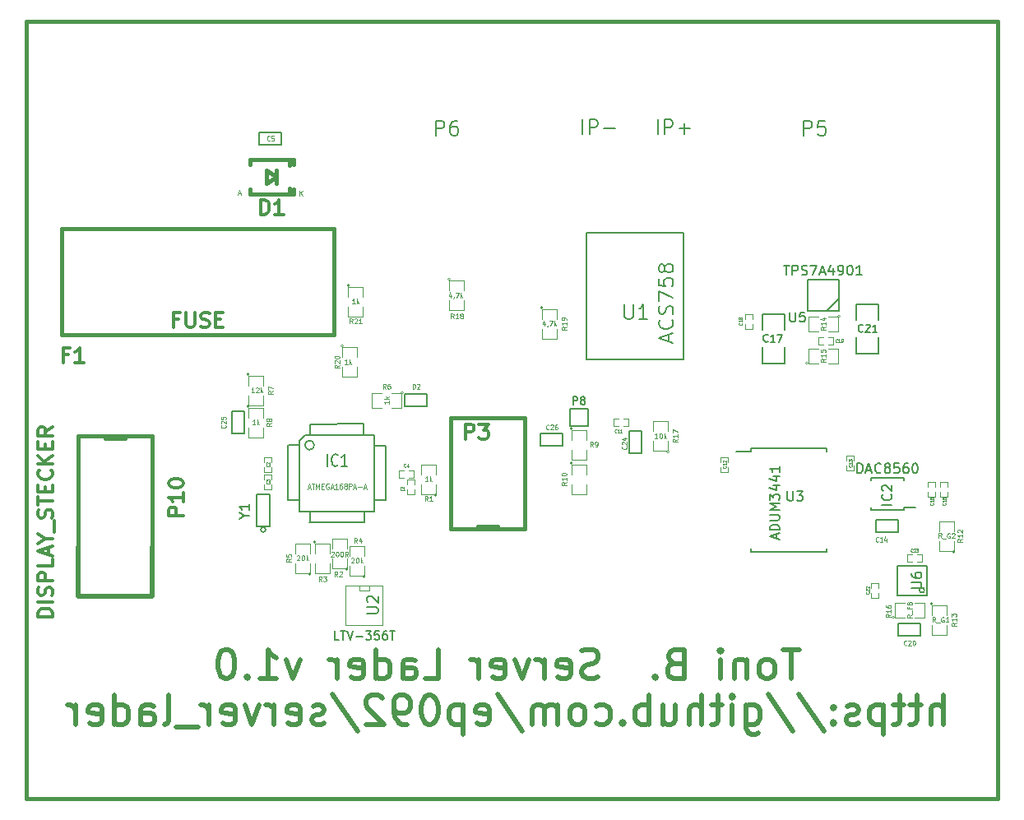
<source format=gto>
G04 #@! TF.FileFunction,Legend,Top*
%FSLAX46Y46*%
G04 Gerber Fmt 4.6, Leading zero omitted, Abs format (unit mm)*
G04 Created by KiCad (PCBNEW (2014-11-19 BZR 5293)-product) date Mo 24 Nov 2014 23:54:54 CET*
%MOMM*%
G01*
G04 APERTURE LIST*
%ADD10C,0.100000*%
%ADD11C,0.500000*%
%ADD12C,0.071120*%
%ADD13C,0.127000*%
%ADD14C,0.152400*%
%ADD15C,0.150000*%
%ADD16C,0.381000*%
%ADD17C,0.099060*%
%ADD18C,0.203200*%
%ADD19C,0.114300*%
%ADD20C,0.125000*%
%ADD21C,0.304800*%
%ADD22C,0.109220*%
G04 APERTURE END LIST*
D10*
D11*
X142085428Y-94508343D02*
X140371142Y-94508343D01*
X141228285Y-97508343D02*
X141228285Y-94508343D01*
X138942571Y-97508343D02*
X139228285Y-97365486D01*
X139371142Y-97222629D01*
X139513999Y-96936914D01*
X139513999Y-96079771D01*
X139371142Y-95794057D01*
X139228285Y-95651200D01*
X138942571Y-95508343D01*
X138513999Y-95508343D01*
X138228285Y-95651200D01*
X138085428Y-95794057D01*
X137942571Y-96079771D01*
X137942571Y-96936914D01*
X138085428Y-97222629D01*
X138228285Y-97365486D01*
X138513999Y-97508343D01*
X138942571Y-97508343D01*
X136656856Y-95508343D02*
X136656856Y-97508343D01*
X136656856Y-95794057D02*
X136513999Y-95651200D01*
X136228285Y-95508343D01*
X135799713Y-95508343D01*
X135513999Y-95651200D01*
X135371142Y-95936914D01*
X135371142Y-97508343D01*
X133942570Y-97508343D02*
X133942570Y-95508343D01*
X133942570Y-94508343D02*
X134085427Y-94651200D01*
X133942570Y-94794057D01*
X133799713Y-94651200D01*
X133942570Y-94508343D01*
X133942570Y-94794057D01*
X129228285Y-95936914D02*
X128799714Y-96079771D01*
X128656857Y-96222629D01*
X128514000Y-96508343D01*
X128514000Y-96936914D01*
X128656857Y-97222629D01*
X128799714Y-97365486D01*
X129085428Y-97508343D01*
X130228285Y-97508343D01*
X130228285Y-94508343D01*
X129228285Y-94508343D01*
X128942571Y-94651200D01*
X128799714Y-94794057D01*
X128656857Y-95079771D01*
X128656857Y-95365486D01*
X128799714Y-95651200D01*
X128942571Y-95794057D01*
X129228285Y-95936914D01*
X130228285Y-95936914D01*
X127228285Y-97222629D02*
X127085428Y-97365486D01*
X127228285Y-97508343D01*
X127371142Y-97365486D01*
X127228285Y-97222629D01*
X127228285Y-97508343D01*
X121371143Y-97365486D02*
X120942572Y-97508343D01*
X120228286Y-97508343D01*
X119942572Y-97365486D01*
X119799715Y-97222629D01*
X119656858Y-96936914D01*
X119656858Y-96651200D01*
X119799715Y-96365486D01*
X119942572Y-96222629D01*
X120228286Y-96079771D01*
X120799715Y-95936914D01*
X121085429Y-95794057D01*
X121228286Y-95651200D01*
X121371143Y-95365486D01*
X121371143Y-95079771D01*
X121228286Y-94794057D01*
X121085429Y-94651200D01*
X120799715Y-94508343D01*
X120085429Y-94508343D01*
X119656858Y-94651200D01*
X117228286Y-97365486D02*
X117514000Y-97508343D01*
X118085429Y-97508343D01*
X118371143Y-97365486D01*
X118514000Y-97079771D01*
X118514000Y-95936914D01*
X118371143Y-95651200D01*
X118085429Y-95508343D01*
X117514000Y-95508343D01*
X117228286Y-95651200D01*
X117085429Y-95936914D01*
X117085429Y-96222629D01*
X118514000Y-96508343D01*
X115799714Y-97508343D02*
X115799714Y-95508343D01*
X115799714Y-96079771D02*
X115656857Y-95794057D01*
X115514000Y-95651200D01*
X115228286Y-95508343D01*
X114942571Y-95508343D01*
X114228286Y-95508343D02*
X113514000Y-97508343D01*
X112799714Y-95508343D01*
X110514000Y-97365486D02*
X110799714Y-97508343D01*
X111371143Y-97508343D01*
X111656857Y-97365486D01*
X111799714Y-97079771D01*
X111799714Y-95936914D01*
X111656857Y-95651200D01*
X111371143Y-95508343D01*
X110799714Y-95508343D01*
X110514000Y-95651200D01*
X110371143Y-95936914D01*
X110371143Y-96222629D01*
X111799714Y-96508343D01*
X109085428Y-97508343D02*
X109085428Y-95508343D01*
X109085428Y-96079771D02*
X108942571Y-95794057D01*
X108799714Y-95651200D01*
X108514000Y-95508343D01*
X108228285Y-95508343D01*
X103514000Y-97508343D02*
X104942571Y-97508343D01*
X104942571Y-94508343D01*
X101228286Y-97508343D02*
X101228286Y-95936914D01*
X101371143Y-95651200D01*
X101656857Y-95508343D01*
X102228286Y-95508343D01*
X102514000Y-95651200D01*
X101228286Y-97365486D02*
X101514000Y-97508343D01*
X102228286Y-97508343D01*
X102514000Y-97365486D01*
X102656857Y-97079771D01*
X102656857Y-96794057D01*
X102514000Y-96508343D01*
X102228286Y-96365486D01*
X101514000Y-96365486D01*
X101228286Y-96222629D01*
X98514000Y-97508343D02*
X98514000Y-94508343D01*
X98514000Y-97365486D02*
X98799714Y-97508343D01*
X99371143Y-97508343D01*
X99656857Y-97365486D01*
X99799714Y-97222629D01*
X99942571Y-96936914D01*
X99942571Y-96079771D01*
X99799714Y-95794057D01*
X99656857Y-95651200D01*
X99371143Y-95508343D01*
X98799714Y-95508343D01*
X98514000Y-95651200D01*
X95942571Y-97365486D02*
X96228285Y-97508343D01*
X96799714Y-97508343D01*
X97085428Y-97365486D01*
X97228285Y-97079771D01*
X97228285Y-95936914D01*
X97085428Y-95651200D01*
X96799714Y-95508343D01*
X96228285Y-95508343D01*
X95942571Y-95651200D01*
X95799714Y-95936914D01*
X95799714Y-96222629D01*
X97228285Y-96508343D01*
X94513999Y-97508343D02*
X94513999Y-95508343D01*
X94513999Y-96079771D02*
X94371142Y-95794057D01*
X94228285Y-95651200D01*
X93942571Y-95508343D01*
X93656856Y-95508343D01*
X90656857Y-95508343D02*
X89942571Y-97508343D01*
X89228285Y-95508343D01*
X86514000Y-97508343D02*
X88228285Y-97508343D01*
X87371143Y-97508343D02*
X87371143Y-94508343D01*
X87656857Y-94936914D01*
X87942571Y-95222629D01*
X88228285Y-95365486D01*
X85228285Y-97222629D02*
X85085428Y-97365486D01*
X85228285Y-97508343D01*
X85371142Y-97365486D01*
X85228285Y-97222629D01*
X85228285Y-97508343D01*
X83228286Y-94508343D02*
X82942571Y-94508343D01*
X82656857Y-94651200D01*
X82514000Y-94794057D01*
X82371143Y-95079771D01*
X82228286Y-95651200D01*
X82228286Y-96365486D01*
X82371143Y-96936914D01*
X82514000Y-97222629D01*
X82656857Y-97365486D01*
X82942571Y-97508343D01*
X83228286Y-97508343D01*
X83514000Y-97365486D01*
X83656857Y-97222629D01*
X83799714Y-96936914D01*
X83942571Y-96365486D01*
X83942571Y-95651200D01*
X83799714Y-95079771D01*
X83656857Y-94794057D01*
X83514000Y-94651200D01*
X83228286Y-94508343D01*
X156871144Y-102208343D02*
X156871144Y-99208343D01*
X155585430Y-102208343D02*
X155585430Y-100636914D01*
X155728287Y-100351200D01*
X156014001Y-100208343D01*
X156442573Y-100208343D01*
X156728287Y-100351200D01*
X156871144Y-100494057D01*
X154585430Y-100208343D02*
X153442573Y-100208343D01*
X154156858Y-99208343D02*
X154156858Y-101779771D01*
X154014001Y-102065486D01*
X153728287Y-102208343D01*
X153442573Y-102208343D01*
X152871144Y-100208343D02*
X151728287Y-100208343D01*
X152442572Y-99208343D02*
X152442572Y-101779771D01*
X152299715Y-102065486D01*
X152014001Y-102208343D01*
X151728287Y-102208343D01*
X150728286Y-100208343D02*
X150728286Y-103208343D01*
X150728286Y-100351200D02*
X150442572Y-100208343D01*
X149871143Y-100208343D01*
X149585429Y-100351200D01*
X149442572Y-100494057D01*
X149299715Y-100779771D01*
X149299715Y-101636914D01*
X149442572Y-101922629D01*
X149585429Y-102065486D01*
X149871143Y-102208343D01*
X150442572Y-102208343D01*
X150728286Y-102065486D01*
X148156857Y-102065486D02*
X147871143Y-102208343D01*
X147299715Y-102208343D01*
X147014000Y-102065486D01*
X146871143Y-101779771D01*
X146871143Y-101636914D01*
X147014000Y-101351200D01*
X147299715Y-101208343D01*
X147728286Y-101208343D01*
X148014000Y-101065486D01*
X148156857Y-100779771D01*
X148156857Y-100636914D01*
X148014000Y-100351200D01*
X147728286Y-100208343D01*
X147299715Y-100208343D01*
X147014000Y-100351200D01*
X145585429Y-101922629D02*
X145442572Y-102065486D01*
X145585429Y-102208343D01*
X145728286Y-102065486D01*
X145585429Y-101922629D01*
X145585429Y-102208343D01*
X145585429Y-100351200D02*
X145442572Y-100494057D01*
X145585429Y-100636914D01*
X145728286Y-100494057D01*
X145585429Y-100351200D01*
X145585429Y-100636914D01*
X142014001Y-99065486D02*
X144585430Y-102922629D01*
X138871144Y-99065486D02*
X141442573Y-102922629D01*
X136585430Y-100208343D02*
X136585430Y-102636914D01*
X136728287Y-102922629D01*
X136871144Y-103065486D01*
X137156859Y-103208343D01*
X137585430Y-103208343D01*
X137871144Y-103065486D01*
X136585430Y-102065486D02*
X136871144Y-102208343D01*
X137442573Y-102208343D01*
X137728287Y-102065486D01*
X137871144Y-101922629D01*
X138014001Y-101636914D01*
X138014001Y-100779771D01*
X137871144Y-100494057D01*
X137728287Y-100351200D01*
X137442573Y-100208343D01*
X136871144Y-100208343D01*
X136585430Y-100351200D01*
X135156858Y-102208343D02*
X135156858Y-100208343D01*
X135156858Y-99208343D02*
X135299715Y-99351200D01*
X135156858Y-99494057D01*
X135014001Y-99351200D01*
X135156858Y-99208343D01*
X135156858Y-99494057D01*
X134156859Y-100208343D02*
X133014002Y-100208343D01*
X133728287Y-99208343D02*
X133728287Y-101779771D01*
X133585430Y-102065486D01*
X133299716Y-102208343D01*
X133014002Y-102208343D01*
X132014001Y-102208343D02*
X132014001Y-99208343D01*
X130728287Y-102208343D02*
X130728287Y-100636914D01*
X130871144Y-100351200D01*
X131156858Y-100208343D01*
X131585430Y-100208343D01*
X131871144Y-100351200D01*
X132014001Y-100494057D01*
X128014001Y-100208343D02*
X128014001Y-102208343D01*
X129299715Y-100208343D02*
X129299715Y-101779771D01*
X129156858Y-102065486D01*
X128871144Y-102208343D01*
X128442572Y-102208343D01*
X128156858Y-102065486D01*
X128014001Y-101922629D01*
X126585429Y-102208343D02*
X126585429Y-99208343D01*
X126585429Y-100351200D02*
X126299715Y-100208343D01*
X125728286Y-100208343D01*
X125442572Y-100351200D01*
X125299715Y-100494057D01*
X125156858Y-100779771D01*
X125156858Y-101636914D01*
X125299715Y-101922629D01*
X125442572Y-102065486D01*
X125728286Y-102208343D01*
X126299715Y-102208343D01*
X126585429Y-102065486D01*
X123871143Y-101922629D02*
X123728286Y-102065486D01*
X123871143Y-102208343D01*
X124014000Y-102065486D01*
X123871143Y-101922629D01*
X123871143Y-102208343D01*
X121156858Y-102065486D02*
X121442572Y-102208343D01*
X122014001Y-102208343D01*
X122299715Y-102065486D01*
X122442572Y-101922629D01*
X122585429Y-101636914D01*
X122585429Y-100779771D01*
X122442572Y-100494057D01*
X122299715Y-100351200D01*
X122014001Y-100208343D01*
X121442572Y-100208343D01*
X121156858Y-100351200D01*
X119442572Y-102208343D02*
X119728286Y-102065486D01*
X119871143Y-101922629D01*
X120014000Y-101636914D01*
X120014000Y-100779771D01*
X119871143Y-100494057D01*
X119728286Y-100351200D01*
X119442572Y-100208343D01*
X119014000Y-100208343D01*
X118728286Y-100351200D01*
X118585429Y-100494057D01*
X118442572Y-100779771D01*
X118442572Y-101636914D01*
X118585429Y-101922629D01*
X118728286Y-102065486D01*
X119014000Y-102208343D01*
X119442572Y-102208343D01*
X117156857Y-102208343D02*
X117156857Y-100208343D01*
X117156857Y-100494057D02*
X117014000Y-100351200D01*
X116728286Y-100208343D01*
X116299714Y-100208343D01*
X116014000Y-100351200D01*
X115871143Y-100636914D01*
X115871143Y-102208343D01*
X115871143Y-100636914D02*
X115728286Y-100351200D01*
X115442572Y-100208343D01*
X115014000Y-100208343D01*
X114728286Y-100351200D01*
X114585429Y-100636914D01*
X114585429Y-102208343D01*
X111014000Y-99065486D02*
X113585429Y-102922629D01*
X108871143Y-102065486D02*
X109156857Y-102208343D01*
X109728286Y-102208343D01*
X110014000Y-102065486D01*
X110156857Y-101779771D01*
X110156857Y-100636914D01*
X110014000Y-100351200D01*
X109728286Y-100208343D01*
X109156857Y-100208343D01*
X108871143Y-100351200D01*
X108728286Y-100636914D01*
X108728286Y-100922629D01*
X110156857Y-101208343D01*
X107442571Y-100208343D02*
X107442571Y-103208343D01*
X107442571Y-100351200D02*
X107156857Y-100208343D01*
X106585428Y-100208343D01*
X106299714Y-100351200D01*
X106156857Y-100494057D01*
X106014000Y-100779771D01*
X106014000Y-101636914D01*
X106156857Y-101922629D01*
X106299714Y-102065486D01*
X106585428Y-102208343D01*
X107156857Y-102208343D01*
X107442571Y-102065486D01*
X104156857Y-99208343D02*
X103871142Y-99208343D01*
X103585428Y-99351200D01*
X103442571Y-99494057D01*
X103299714Y-99779771D01*
X103156857Y-100351200D01*
X103156857Y-101065486D01*
X103299714Y-101636914D01*
X103442571Y-101922629D01*
X103585428Y-102065486D01*
X103871142Y-102208343D01*
X104156857Y-102208343D01*
X104442571Y-102065486D01*
X104585428Y-101922629D01*
X104728285Y-101636914D01*
X104871142Y-101065486D01*
X104871142Y-100351200D01*
X104728285Y-99779771D01*
X104585428Y-99494057D01*
X104442571Y-99351200D01*
X104156857Y-99208343D01*
X101728285Y-102208343D02*
X101156857Y-102208343D01*
X100871142Y-102065486D01*
X100728285Y-101922629D01*
X100442571Y-101494057D01*
X100299714Y-100922629D01*
X100299714Y-99779771D01*
X100442571Y-99494057D01*
X100585428Y-99351200D01*
X100871142Y-99208343D01*
X101442571Y-99208343D01*
X101728285Y-99351200D01*
X101871142Y-99494057D01*
X102013999Y-99779771D01*
X102013999Y-100494057D01*
X101871142Y-100779771D01*
X101728285Y-100922629D01*
X101442571Y-101065486D01*
X100871142Y-101065486D01*
X100585428Y-100922629D01*
X100442571Y-100779771D01*
X100299714Y-100494057D01*
X99156856Y-99494057D02*
X99013999Y-99351200D01*
X98728285Y-99208343D01*
X98013999Y-99208343D01*
X97728285Y-99351200D01*
X97585428Y-99494057D01*
X97442571Y-99779771D01*
X97442571Y-100065486D01*
X97585428Y-100494057D01*
X99299714Y-102208343D01*
X97442571Y-102208343D01*
X94013999Y-99065486D02*
X96585428Y-102922629D01*
X93156856Y-102065486D02*
X92871142Y-102208343D01*
X92299714Y-102208343D01*
X92013999Y-102065486D01*
X91871142Y-101779771D01*
X91871142Y-101636914D01*
X92013999Y-101351200D01*
X92299714Y-101208343D01*
X92728285Y-101208343D01*
X93013999Y-101065486D01*
X93156856Y-100779771D01*
X93156856Y-100636914D01*
X93013999Y-100351200D01*
X92728285Y-100208343D01*
X92299714Y-100208343D01*
X92013999Y-100351200D01*
X89442571Y-102065486D02*
X89728285Y-102208343D01*
X90299714Y-102208343D01*
X90585428Y-102065486D01*
X90728285Y-101779771D01*
X90728285Y-100636914D01*
X90585428Y-100351200D01*
X90299714Y-100208343D01*
X89728285Y-100208343D01*
X89442571Y-100351200D01*
X89299714Y-100636914D01*
X89299714Y-100922629D01*
X90728285Y-101208343D01*
X88013999Y-102208343D02*
X88013999Y-100208343D01*
X88013999Y-100779771D02*
X87871142Y-100494057D01*
X87728285Y-100351200D01*
X87442571Y-100208343D01*
X87156856Y-100208343D01*
X86442571Y-100208343D02*
X85728285Y-102208343D01*
X85013999Y-100208343D01*
X82728285Y-102065486D02*
X83013999Y-102208343D01*
X83585428Y-102208343D01*
X83871142Y-102065486D01*
X84013999Y-101779771D01*
X84013999Y-100636914D01*
X83871142Y-100351200D01*
X83585428Y-100208343D01*
X83013999Y-100208343D01*
X82728285Y-100351200D01*
X82585428Y-100636914D01*
X82585428Y-100922629D01*
X84013999Y-101208343D01*
X81299713Y-102208343D02*
X81299713Y-100208343D01*
X81299713Y-100779771D02*
X81156856Y-100494057D01*
X81013999Y-100351200D01*
X80728285Y-100208343D01*
X80442570Y-100208343D01*
X80156856Y-102494057D02*
X77871142Y-102494057D01*
X76728285Y-102208343D02*
X77013999Y-102065486D01*
X77156856Y-101779771D01*
X77156856Y-99208343D01*
X74299713Y-102208343D02*
X74299713Y-100636914D01*
X74442570Y-100351200D01*
X74728284Y-100208343D01*
X75299713Y-100208343D01*
X75585427Y-100351200D01*
X74299713Y-102065486D02*
X74585427Y-102208343D01*
X75299713Y-102208343D01*
X75585427Y-102065486D01*
X75728284Y-101779771D01*
X75728284Y-101494057D01*
X75585427Y-101208343D01*
X75299713Y-101065486D01*
X74585427Y-101065486D01*
X74299713Y-100922629D01*
X71585427Y-102208343D02*
X71585427Y-99208343D01*
X71585427Y-102065486D02*
X71871141Y-102208343D01*
X72442570Y-102208343D01*
X72728284Y-102065486D01*
X72871141Y-101922629D01*
X73013998Y-101636914D01*
X73013998Y-100779771D01*
X72871141Y-100494057D01*
X72728284Y-100351200D01*
X72442570Y-100208343D01*
X71871141Y-100208343D01*
X71585427Y-100351200D01*
X69013998Y-102065486D02*
X69299712Y-102208343D01*
X69871141Y-102208343D01*
X70156855Y-102065486D01*
X70299712Y-101779771D01*
X70299712Y-100636914D01*
X70156855Y-100351200D01*
X69871141Y-100208343D01*
X69299712Y-100208343D01*
X69013998Y-100351200D01*
X68871141Y-100636914D01*
X68871141Y-100922629D01*
X70299712Y-101208343D01*
X67585426Y-102208343D02*
X67585426Y-100208343D01*
X67585426Y-100779771D02*
X67442569Y-100494057D01*
X67299712Y-100351200D01*
X67013998Y-100208343D01*
X66728283Y-100208343D01*
D12*
X101727000Y-77978000D02*
X101727000Y-78486000D01*
X101727000Y-78486000D02*
X102489000Y-78486000D01*
X102489000Y-78486000D02*
X102489000Y-77978000D01*
X101727000Y-77470000D02*
X101727000Y-76962000D01*
X101727000Y-76962000D02*
X102489000Y-76962000D01*
X102489000Y-76962000D02*
X102489000Y-77470000D01*
X86995000Y-75692000D02*
X86995000Y-76200000D01*
X86995000Y-76200000D02*
X87757000Y-76200000D01*
X87757000Y-76200000D02*
X87757000Y-75692000D01*
X86995000Y-75184000D02*
X86995000Y-74676000D01*
X86995000Y-74676000D02*
X87757000Y-74676000D01*
X87757000Y-74676000D02*
X87757000Y-75184000D01*
X86995000Y-77470000D02*
X86995000Y-77978000D01*
X86995000Y-77978000D02*
X87757000Y-77978000D01*
X87757000Y-77978000D02*
X87757000Y-77470000D01*
X86995000Y-76962000D02*
X86995000Y-76454000D01*
X86995000Y-76454000D02*
X87757000Y-76454000D01*
X87757000Y-76454000D02*
X87757000Y-76962000D01*
X101346000Y-76073000D02*
X100838000Y-76073000D01*
X100838000Y-76073000D02*
X100838000Y-76835000D01*
X100838000Y-76835000D02*
X101346000Y-76835000D01*
X101854000Y-76073000D02*
X102362000Y-76073000D01*
X102362000Y-76073000D02*
X102362000Y-76835000D01*
X102362000Y-76835000D02*
X101854000Y-76835000D01*
D13*
X88773000Y-42545000D02*
X86487000Y-42545000D01*
X86487000Y-42545000D02*
X86487000Y-41275000D01*
X86487000Y-41275000D02*
X88773000Y-41275000D01*
X88773000Y-41275000D02*
X88773000Y-42545000D01*
D12*
X123444000Y-70739000D02*
X122936000Y-70739000D01*
X122936000Y-70739000D02*
X122936000Y-71501000D01*
X122936000Y-71501000D02*
X123444000Y-71501000D01*
X123952000Y-70739000D02*
X124460000Y-70739000D01*
X124460000Y-70739000D02*
X124460000Y-71501000D01*
X124460000Y-71501000D02*
X123952000Y-71501000D01*
X134747000Y-75184000D02*
X134747000Y-74676000D01*
X134747000Y-74676000D02*
X133985000Y-74676000D01*
X133985000Y-74676000D02*
X133985000Y-75184000D01*
X134747000Y-75692000D02*
X134747000Y-76200000D01*
X134747000Y-76200000D02*
X133985000Y-76200000D01*
X133985000Y-76200000D02*
X133985000Y-75692000D01*
X147701000Y-75057000D02*
X147701000Y-74549000D01*
X147701000Y-74549000D02*
X146939000Y-74549000D01*
X146939000Y-74549000D02*
X146939000Y-75057000D01*
X147701000Y-75565000D02*
X147701000Y-76073000D01*
X147701000Y-76073000D02*
X146939000Y-76073000D01*
X146939000Y-76073000D02*
X146939000Y-75565000D01*
D13*
X152273000Y-82423000D02*
X149987000Y-82423000D01*
X149987000Y-82423000D02*
X149987000Y-81153000D01*
X149987000Y-81153000D02*
X152273000Y-81153000D01*
X152273000Y-81153000D02*
X152273000Y-82423000D01*
D12*
X155321000Y-78232000D02*
X155321000Y-78740000D01*
X155321000Y-78740000D02*
X156083000Y-78740000D01*
X156083000Y-78740000D02*
X156083000Y-78232000D01*
X155321000Y-77724000D02*
X155321000Y-77216000D01*
X155321000Y-77216000D02*
X156083000Y-77216000D01*
X156083000Y-77216000D02*
X156083000Y-77724000D01*
X156591000Y-78232000D02*
X156591000Y-78740000D01*
X156591000Y-78740000D02*
X157353000Y-78740000D01*
X157353000Y-78740000D02*
X157353000Y-78232000D01*
X156591000Y-77724000D02*
X156591000Y-77216000D01*
X156591000Y-77216000D02*
X157353000Y-77216000D01*
X157353000Y-77216000D02*
X157353000Y-77724000D01*
D13*
X140589000Y-59944000D02*
X138303000Y-59944000D01*
X138303000Y-59944000D02*
X138303000Y-61595000D01*
X140589000Y-63373000D02*
X140589000Y-65024000D01*
X140589000Y-65024000D02*
X138303000Y-65024000D01*
X138303000Y-65024000D02*
X138303000Y-63373000D01*
X140589000Y-61595000D02*
X140589000Y-59944000D01*
D12*
X137287000Y-60452000D02*
X137287000Y-59944000D01*
X137287000Y-59944000D02*
X136525000Y-59944000D01*
X136525000Y-59944000D02*
X136525000Y-60452000D01*
X137287000Y-60960000D02*
X137287000Y-61468000D01*
X137287000Y-61468000D02*
X136525000Y-61468000D01*
X136525000Y-61468000D02*
X136525000Y-60960000D01*
X145034000Y-63119000D02*
X145542000Y-63119000D01*
X145542000Y-63119000D02*
X145542000Y-62357000D01*
X145542000Y-62357000D02*
X145034000Y-62357000D01*
X144526000Y-63119000D02*
X144018000Y-63119000D01*
X144018000Y-63119000D02*
X144018000Y-62357000D01*
X144018000Y-62357000D02*
X144526000Y-62357000D01*
D13*
X152273000Y-91821000D02*
X154559000Y-91821000D01*
X154559000Y-91821000D02*
X154559000Y-93091000D01*
X154559000Y-93091000D02*
X152273000Y-93091000D01*
X152273000Y-93091000D02*
X152273000Y-91821000D01*
X150241000Y-58928000D02*
X147955000Y-58928000D01*
X147955000Y-58928000D02*
X147955000Y-60579000D01*
X150241000Y-62357000D02*
X150241000Y-64008000D01*
X150241000Y-64008000D02*
X147955000Y-64008000D01*
X147955000Y-64008000D02*
X147955000Y-62357000D01*
X150241000Y-60579000D02*
X150241000Y-58928000D01*
D12*
X150241000Y-88138000D02*
X150241000Y-87630000D01*
X150241000Y-87630000D02*
X149479000Y-87630000D01*
X149479000Y-87630000D02*
X149479000Y-88138000D01*
X150241000Y-88646000D02*
X150241000Y-89154000D01*
X150241000Y-89154000D02*
X149479000Y-89154000D01*
X149479000Y-89154000D02*
X149479000Y-88646000D01*
X153670000Y-84709000D02*
X153162000Y-84709000D01*
X153162000Y-84709000D02*
X153162000Y-85471000D01*
X153162000Y-85471000D02*
X153670000Y-85471000D01*
X154178000Y-84709000D02*
X154686000Y-84709000D01*
X154686000Y-84709000D02*
X154686000Y-85471000D01*
X154686000Y-85471000D02*
X154178000Y-85471000D01*
D13*
X101473000Y-68199000D02*
X103759000Y-68199000D01*
X103759000Y-68199000D02*
X103759000Y-69469000D01*
X103759000Y-69469000D02*
X101473000Y-69469000D01*
X101473000Y-69469000D02*
X101473000Y-68199000D01*
D14*
X99517200Y-79095600D02*
X98374200Y-79095600D01*
X99517200Y-73558400D02*
X98399600Y-73558400D01*
X99517200Y-79095600D02*
X99517200Y-73558400D01*
X97282000Y-80289400D02*
X97282000Y-81381600D01*
X91668600Y-80314800D02*
X91668600Y-81381600D01*
X91643200Y-81381600D02*
X97282000Y-81407000D01*
X91694000Y-71297800D02*
X97205800Y-71272400D01*
X90601800Y-73050400D02*
X90601800Y-80238600D01*
X97231200Y-71297800D02*
X97231200Y-72339200D01*
X91236800Y-72440800D02*
X98298000Y-72440800D01*
X98348800Y-80264000D02*
X98348800Y-72542400D01*
X90601800Y-80264000D02*
X98221800Y-80264000D01*
X89458800Y-73482200D02*
X89458800Y-79121000D01*
X89458800Y-79121000D02*
X90601800Y-79121000D01*
X90611960Y-73025000D02*
X91196160Y-72440800D01*
X89463880Y-73482200D02*
X90611960Y-73482200D01*
X91694000Y-72440800D02*
X91694000Y-71292720D01*
X92127526Y-73466960D02*
G75*
G03X92127526Y-73466960I-479246J0D01*
G01*
D15*
X152805000Y-80161000D02*
X152805000Y-79911000D01*
X149455000Y-80161000D02*
X149455000Y-79911000D01*
X149455000Y-76811000D02*
X149455000Y-77061000D01*
X152805000Y-76811000D02*
X152805000Y-77061000D01*
X152805000Y-80161000D02*
X149455000Y-80161000D01*
X152805000Y-76811000D02*
X149455000Y-76811000D01*
X152805000Y-79911000D02*
X154055000Y-79911000D01*
D16*
X108966000Y-81788000D02*
X110998000Y-81788000D01*
X113792000Y-70612000D02*
X113792000Y-82042000D01*
X113792000Y-82042000D02*
X106172000Y-82042000D01*
X106172000Y-82042000D02*
X106172000Y-70612000D01*
X106172000Y-70612000D02*
X113792000Y-70612000D01*
D17*
X104775000Y-78613000D02*
G75*
G03X104775000Y-78613000I-127000J0D01*
G01*
X104648000Y-77470000D02*
X104648000Y-78486000D01*
X104648000Y-78486000D02*
X103124000Y-78486000D01*
X103124000Y-78486000D02*
X103124000Y-77470000D01*
X103124000Y-76454000D02*
X103124000Y-75438000D01*
X103124000Y-75438000D02*
X104648000Y-75438000D01*
X104648000Y-75438000D02*
X104648000Y-76454000D01*
X95631000Y-86233000D02*
G75*
G03X95631000Y-86233000I-127000J0D01*
G01*
X95504000Y-85090000D02*
X95504000Y-86106000D01*
X95504000Y-86106000D02*
X93980000Y-86106000D01*
X93980000Y-86106000D02*
X93980000Y-85090000D01*
X93980000Y-84074000D02*
X93980000Y-83058000D01*
X93980000Y-83058000D02*
X95504000Y-83058000D01*
X95504000Y-83058000D02*
X95504000Y-84074000D01*
X92329000Y-83439000D02*
G75*
G03X92329000Y-83439000I-127000J0D01*
G01*
X92202000Y-84582000D02*
X92202000Y-83566000D01*
X92202000Y-83566000D02*
X93726000Y-83566000D01*
X93726000Y-83566000D02*
X93726000Y-84582000D01*
X93726000Y-85598000D02*
X93726000Y-86614000D01*
X93726000Y-86614000D02*
X92202000Y-86614000D01*
X92202000Y-86614000D02*
X92202000Y-85598000D01*
X97409000Y-86995000D02*
G75*
G03X97409000Y-86995000I-127000J0D01*
G01*
X97282000Y-85852000D02*
X97282000Y-86868000D01*
X97282000Y-86868000D02*
X95758000Y-86868000D01*
X95758000Y-86868000D02*
X95758000Y-85852000D01*
X95758000Y-84836000D02*
X95758000Y-83820000D01*
X95758000Y-83820000D02*
X97282000Y-83820000D01*
X97282000Y-83820000D02*
X97282000Y-84836000D01*
X91821000Y-86741000D02*
G75*
G03X91821000Y-86741000I-127000J0D01*
G01*
X91694000Y-85598000D02*
X91694000Y-86614000D01*
X91694000Y-86614000D02*
X90170000Y-86614000D01*
X90170000Y-86614000D02*
X90170000Y-85598000D01*
X90170000Y-84582000D02*
X90170000Y-83566000D01*
X90170000Y-83566000D02*
X91694000Y-83566000D01*
X91694000Y-83566000D02*
X91694000Y-84582000D01*
X101346000Y-68072000D02*
G75*
G03X101346000Y-68072000I-127000J0D01*
G01*
X100076000Y-68072000D02*
X101092000Y-68072000D01*
X101092000Y-68072000D02*
X101092000Y-69596000D01*
X101092000Y-69596000D02*
X100076000Y-69596000D01*
X99060000Y-69596000D02*
X98044000Y-69596000D01*
X98044000Y-69596000D02*
X98044000Y-68072000D01*
X98044000Y-68072000D02*
X99060000Y-68072000D01*
X85471000Y-66167000D02*
G75*
G03X85471000Y-66167000I-127000J0D01*
G01*
X85344000Y-67310000D02*
X85344000Y-66294000D01*
X85344000Y-66294000D02*
X86868000Y-66294000D01*
X86868000Y-66294000D02*
X86868000Y-67310000D01*
X86868000Y-68326000D02*
X86868000Y-69342000D01*
X86868000Y-69342000D02*
X85344000Y-69342000D01*
X85344000Y-69342000D02*
X85344000Y-68326000D01*
X85471000Y-69469000D02*
G75*
G03X85471000Y-69469000I-127000J0D01*
G01*
X85344000Y-70612000D02*
X85344000Y-69596000D01*
X85344000Y-69596000D02*
X86868000Y-69596000D01*
X86868000Y-69596000D02*
X86868000Y-70612000D01*
X86868000Y-71628000D02*
X86868000Y-72644000D01*
X86868000Y-72644000D02*
X85344000Y-72644000D01*
X85344000Y-72644000D02*
X85344000Y-71628000D01*
X118745000Y-71755000D02*
G75*
G03X118745000Y-71755000I-127000J0D01*
G01*
X118618000Y-72898000D02*
X118618000Y-71882000D01*
X118618000Y-71882000D02*
X120142000Y-71882000D01*
X120142000Y-71882000D02*
X120142000Y-72898000D01*
X120142000Y-73914000D02*
X120142000Y-74930000D01*
X120142000Y-74930000D02*
X118618000Y-74930000D01*
X118618000Y-74930000D02*
X118618000Y-73914000D01*
X118745000Y-75311000D02*
G75*
G03X118745000Y-75311000I-127000J0D01*
G01*
X118618000Y-76454000D02*
X118618000Y-75438000D01*
X118618000Y-75438000D02*
X120142000Y-75438000D01*
X120142000Y-75438000D02*
X120142000Y-76454000D01*
X120142000Y-77470000D02*
X120142000Y-78486000D01*
X120142000Y-78486000D02*
X118618000Y-78486000D01*
X118618000Y-78486000D02*
X118618000Y-77470000D01*
X158115000Y-84455000D02*
G75*
G03X158115000Y-84455000I-127000J0D01*
G01*
X157988000Y-83312000D02*
X157988000Y-84328000D01*
X157988000Y-84328000D02*
X156464000Y-84328000D01*
X156464000Y-84328000D02*
X156464000Y-83312000D01*
X156464000Y-82296000D02*
X156464000Y-81280000D01*
X156464000Y-81280000D02*
X157988000Y-81280000D01*
X157988000Y-81280000D02*
X157988000Y-82296000D01*
X155829000Y-89789000D02*
G75*
G03X155829000Y-89789000I-127000J0D01*
G01*
X155702000Y-90932000D02*
X155702000Y-89916000D01*
X155702000Y-89916000D02*
X157226000Y-89916000D01*
X157226000Y-89916000D02*
X157226000Y-90932000D01*
X157226000Y-91948000D02*
X157226000Y-92964000D01*
X157226000Y-92964000D02*
X155702000Y-92964000D01*
X155702000Y-92964000D02*
X155702000Y-91948000D01*
X146304000Y-60198000D02*
G75*
G03X146304000Y-60198000I-127000J0D01*
G01*
X145034000Y-60198000D02*
X146050000Y-60198000D01*
X146050000Y-60198000D02*
X146050000Y-61722000D01*
X146050000Y-61722000D02*
X145034000Y-61722000D01*
X144018000Y-61722000D02*
X143002000Y-61722000D01*
X143002000Y-61722000D02*
X143002000Y-60198000D01*
X143002000Y-60198000D02*
X144018000Y-60198000D01*
X143002000Y-65024000D02*
G75*
G03X143002000Y-65024000I-127000J0D01*
G01*
X144018000Y-65024000D02*
X143002000Y-65024000D01*
X143002000Y-65024000D02*
X143002000Y-63500000D01*
X143002000Y-63500000D02*
X144018000Y-63500000D01*
X145034000Y-63500000D02*
X146050000Y-63500000D01*
X146050000Y-63500000D02*
X146050000Y-65024000D01*
X146050000Y-65024000D02*
X145034000Y-65024000D01*
X151892000Y-91186000D02*
G75*
G03X151892000Y-91186000I-127000J0D01*
G01*
X152908000Y-91186000D02*
X151892000Y-91186000D01*
X151892000Y-91186000D02*
X151892000Y-89662000D01*
X151892000Y-89662000D02*
X152908000Y-89662000D01*
X153924000Y-89662000D02*
X154940000Y-89662000D01*
X154940000Y-89662000D02*
X154940000Y-91186000D01*
X154940000Y-91186000D02*
X153924000Y-91186000D01*
X95377000Y-87884000D02*
X95377000Y-91948000D01*
X99187000Y-87884000D02*
X99187000Y-91948000D01*
X99187000Y-91948000D02*
X95377000Y-91948000D01*
X95504000Y-87884000D02*
X95377000Y-87884000D01*
X99187000Y-87884000D02*
X95504000Y-87884000D01*
X97790000Y-87884000D02*
X97790000Y-88392000D01*
X97790000Y-88392000D02*
X96774000Y-88392000D01*
X96774000Y-88392000D02*
X96774000Y-87884000D01*
D15*
X137095000Y-73796000D02*
X137095000Y-74151000D01*
X144845000Y-73796000D02*
X144845000Y-74151000D01*
X144845000Y-84446000D02*
X144845000Y-84091000D01*
X137095000Y-84446000D02*
X137095000Y-84091000D01*
X137095000Y-73796000D02*
X144845000Y-73796000D01*
X137095000Y-84446000D02*
X144845000Y-84446000D01*
X137095000Y-74151000D02*
X135570000Y-74151000D01*
D18*
X146113500Y-58356500D02*
X144907000Y-59626500D01*
X146113500Y-59626500D02*
X146113500Y-56451500D01*
X146113500Y-56451500D02*
X142938500Y-56451500D01*
X142938500Y-56451500D02*
X142938500Y-59626500D01*
X142938500Y-59626500D02*
X146113500Y-59626500D01*
D14*
X154940000Y-88392000D02*
G75*
G03X154940000Y-88392000I-254000J0D01*
G01*
X155194000Y-85852000D02*
X155194000Y-88900000D01*
X155194000Y-88900000D02*
X152146000Y-88900000D01*
X152146000Y-88900000D02*
X152146000Y-85852000D01*
X152146000Y-85852000D02*
X155194000Y-85852000D01*
D16*
X88206580Y-45847000D02*
X87256620Y-45145960D01*
X87256620Y-45145960D02*
X87256620Y-46548040D01*
X87256620Y-46548040D02*
X88206580Y-45847000D01*
X88206580Y-45145960D02*
X88206580Y-46548040D01*
X85506560Y-47246540D02*
X85506560Y-47096680D01*
X85506560Y-44447460D02*
X85506560Y-44597320D01*
X89557860Y-47246540D02*
X89557860Y-47045880D01*
X90007440Y-47195740D02*
X90007440Y-47096680D01*
X89557860Y-44498260D02*
X89557860Y-44648120D01*
X90007440Y-44447460D02*
X90007440Y-44597320D01*
X89557860Y-47597060D02*
X89557860Y-47246540D01*
X89557860Y-44096940D02*
X89557860Y-44447460D01*
X90007440Y-47597060D02*
X90007440Y-47246540D01*
X85506560Y-47597060D02*
X85506560Y-47246540D01*
X85506560Y-44096940D02*
X85506560Y-44447460D01*
X90007440Y-44096940D02*
X90007440Y-44447460D01*
X85506560Y-47597060D02*
X90007440Y-47597060D01*
X85506560Y-44096940D02*
X90007440Y-44096940D01*
D15*
X118480000Y-69712000D02*
X120280000Y-69712000D01*
X120280000Y-69712000D02*
X120280000Y-71512000D01*
X120280000Y-71512000D02*
X118480000Y-71512000D01*
X118480000Y-71512000D02*
X118480000Y-69712000D01*
D11*
X75438000Y-83947000D02*
X75438000Y-89027000D01*
X75438000Y-89027000D02*
X67818000Y-89027000D01*
X67818000Y-89027000D02*
X67818000Y-83947000D01*
D16*
X72644000Y-72771000D02*
X70612000Y-72771000D01*
X67818000Y-83947000D02*
X67818000Y-72517000D01*
X67818000Y-72517000D02*
X75438000Y-72517000D01*
X75438000Y-72517000D02*
X75438000Y-83947000D01*
D15*
X120142000Y-51562000D02*
X130175000Y-51562000D01*
X130175000Y-51562000D02*
X130175000Y-64643000D01*
X130175000Y-64643000D02*
X120142000Y-64643000D01*
X120142000Y-64643000D02*
X120142000Y-51562000D01*
D13*
X124587000Y-74295000D02*
X124587000Y-72009000D01*
X124587000Y-72009000D02*
X125857000Y-72009000D01*
X125857000Y-72009000D02*
X125857000Y-74295000D01*
X125857000Y-74295000D02*
X124587000Y-74295000D01*
D17*
X128651000Y-74168000D02*
G75*
G03X128651000Y-74168000I-127000J0D01*
G01*
X128524000Y-73025000D02*
X128524000Y-74041000D01*
X128524000Y-74041000D02*
X127000000Y-74041000D01*
X127000000Y-74041000D02*
X127000000Y-73025000D01*
X127000000Y-72009000D02*
X127000000Y-70993000D01*
X127000000Y-70993000D02*
X128524000Y-70993000D01*
X128524000Y-70993000D02*
X128524000Y-72009000D01*
D15*
X87118000Y-82164000D02*
G75*
G03X87118000Y-82164000I-250000J0D01*
G01*
X87518000Y-81864000D02*
X87518000Y-78564000D01*
X87518000Y-78564000D02*
X86218000Y-78564000D01*
X86218000Y-78564000D02*
X86218000Y-81864000D01*
X86218000Y-81864000D02*
X87518000Y-81864000D01*
D13*
X84963000Y-69977000D02*
X84963000Y-72263000D01*
X84963000Y-72263000D02*
X83693000Y-72263000D01*
X83693000Y-72263000D02*
X83693000Y-69977000D01*
X83693000Y-69977000D02*
X84963000Y-69977000D01*
X117729000Y-73533000D02*
X115443000Y-73533000D01*
X115443000Y-73533000D02*
X115443000Y-72263000D01*
X115443000Y-72263000D02*
X117729000Y-72263000D01*
X117729000Y-72263000D02*
X117729000Y-73533000D01*
D17*
X106172000Y-56388000D02*
G75*
G03X106172000Y-56388000I-127000J0D01*
G01*
X106045000Y-57531000D02*
X106045000Y-56515000D01*
X106045000Y-56515000D02*
X107569000Y-56515000D01*
X107569000Y-56515000D02*
X107569000Y-57531000D01*
X107569000Y-58547000D02*
X107569000Y-59563000D01*
X107569000Y-59563000D02*
X106045000Y-59563000D01*
X106045000Y-59563000D02*
X106045000Y-58547000D01*
X115697000Y-59309000D02*
G75*
G03X115697000Y-59309000I-127000J0D01*
G01*
X115570000Y-60452000D02*
X115570000Y-59436000D01*
X115570000Y-59436000D02*
X117094000Y-59436000D01*
X117094000Y-59436000D02*
X117094000Y-60452000D01*
X117094000Y-61468000D02*
X117094000Y-62484000D01*
X117094000Y-62484000D02*
X115570000Y-62484000D01*
X115570000Y-62484000D02*
X115570000Y-61468000D01*
X95123000Y-63246000D02*
G75*
G03X95123000Y-63246000I-127000J0D01*
G01*
X94996000Y-64389000D02*
X94996000Y-63373000D01*
X94996000Y-63373000D02*
X96520000Y-63373000D01*
X96520000Y-63373000D02*
X96520000Y-64389000D01*
X96520000Y-65405000D02*
X96520000Y-66421000D01*
X96520000Y-66421000D02*
X94996000Y-66421000D01*
X94996000Y-66421000D02*
X94996000Y-65405000D01*
X95758000Y-57023000D02*
G75*
G03X95758000Y-57023000I-127000J0D01*
G01*
X95631000Y-58166000D02*
X95631000Y-57150000D01*
X95631000Y-57150000D02*
X97155000Y-57150000D01*
X97155000Y-57150000D02*
X97155000Y-58166000D01*
X97155000Y-59182000D02*
X97155000Y-60198000D01*
X97155000Y-60198000D02*
X95631000Y-60198000D01*
X95631000Y-60198000D02*
X95631000Y-59182000D01*
D16*
X66136520Y-51142900D02*
X66636900Y-51142900D01*
X66136520Y-62141100D02*
X66636900Y-62141100D01*
X93637100Y-62141100D02*
X94137480Y-62141100D01*
X93637100Y-51142900D02*
X94137480Y-51142900D01*
X66636900Y-51142900D02*
X93637100Y-51142900D01*
X94137480Y-51142900D02*
X94137480Y-62141100D01*
X93637100Y-62141100D02*
X66636900Y-62141100D01*
X66136520Y-62141100D02*
X66136520Y-51142900D01*
X62484000Y-109855000D02*
X62484000Y-29855160D01*
X62484000Y-29855160D02*
X162483800Y-29855160D01*
X162483800Y-29855160D02*
X162483800Y-109855000D01*
X162483800Y-109855000D02*
X62484000Y-109855000D01*
D12*
X101168200Y-78103186D02*
X101153686Y-78119877D01*
X101110143Y-78136569D01*
X101081114Y-78136569D01*
X101037571Y-78119877D01*
X101008543Y-78086494D01*
X100994028Y-78053111D01*
X100979514Y-77986346D01*
X100979514Y-77936271D01*
X100994028Y-77869506D01*
X101008543Y-77836123D01*
X101037571Y-77802740D01*
X101081114Y-77786049D01*
X101110143Y-77786049D01*
X101153686Y-77802740D01*
X101168200Y-77819431D01*
X101458486Y-78136569D02*
X101284314Y-78136569D01*
X101371400Y-78136569D02*
X101371400Y-77786049D01*
X101342371Y-77836123D01*
X101313343Y-77869506D01*
X101284314Y-77886197D01*
X87501186Y-75488800D02*
X87517877Y-75503314D01*
X87534569Y-75546857D01*
X87534569Y-75575886D01*
X87517877Y-75619429D01*
X87484494Y-75648457D01*
X87451111Y-75662972D01*
X87384346Y-75677486D01*
X87334271Y-75677486D01*
X87267506Y-75662972D01*
X87234123Y-75648457D01*
X87200740Y-75619429D01*
X87184049Y-75575886D01*
X87184049Y-75546857D01*
X87200740Y-75503314D01*
X87217431Y-75488800D01*
X87217431Y-75372686D02*
X87200740Y-75358172D01*
X87184049Y-75329143D01*
X87184049Y-75256572D01*
X87200740Y-75227543D01*
X87217431Y-75213029D01*
X87250814Y-75198514D01*
X87284197Y-75198514D01*
X87334271Y-75213029D01*
X87534569Y-75387200D01*
X87534569Y-75198514D01*
X87501186Y-77266800D02*
X87517877Y-77281314D01*
X87534569Y-77324857D01*
X87534569Y-77353886D01*
X87517877Y-77397429D01*
X87484494Y-77426457D01*
X87451111Y-77440972D01*
X87384346Y-77455486D01*
X87334271Y-77455486D01*
X87267506Y-77440972D01*
X87234123Y-77426457D01*
X87200740Y-77397429D01*
X87184049Y-77353886D01*
X87184049Y-77324857D01*
X87200740Y-77281314D01*
X87217431Y-77266800D01*
X87184049Y-77165200D02*
X87184049Y-76976514D01*
X87317580Y-77078114D01*
X87317580Y-77034572D01*
X87334271Y-77005543D01*
X87350963Y-76991029D01*
X87384346Y-76976514D01*
X87467803Y-76976514D01*
X87501186Y-76991029D01*
X87517877Y-77005543D01*
X87534569Y-77034572D01*
X87534569Y-77121657D01*
X87517877Y-77150686D01*
X87501186Y-77165200D01*
X101549200Y-75690186D02*
X101534686Y-75706877D01*
X101491143Y-75723569D01*
X101462114Y-75723569D01*
X101418571Y-75706877D01*
X101389543Y-75673494D01*
X101375028Y-75640111D01*
X101360514Y-75573346D01*
X101360514Y-75523271D01*
X101375028Y-75456506D01*
X101389543Y-75423123D01*
X101418571Y-75389740D01*
X101462114Y-75373049D01*
X101491143Y-75373049D01*
X101534686Y-75389740D01*
X101549200Y-75406431D01*
X101810457Y-75489889D02*
X101810457Y-75723569D01*
X101737886Y-75356357D02*
X101665314Y-75606729D01*
X101854000Y-75606729D01*
D19*
X87553800Y-42091429D02*
X87532029Y-42115619D01*
X87466715Y-42139810D01*
X87423172Y-42139810D01*
X87357857Y-42115619D01*
X87314315Y-42067238D01*
X87292543Y-42018857D01*
X87270772Y-41922095D01*
X87270772Y-41849524D01*
X87292543Y-41752762D01*
X87314315Y-41704381D01*
X87357857Y-41656000D01*
X87423172Y-41631810D01*
X87466715Y-41631810D01*
X87532029Y-41656000D01*
X87553800Y-41680190D01*
X87967457Y-41631810D02*
X87749743Y-41631810D01*
X87727972Y-41873714D01*
X87749743Y-41849524D01*
X87793286Y-41825333D01*
X87902143Y-41825333D01*
X87945686Y-41849524D01*
X87967457Y-41873714D01*
X87989229Y-41922095D01*
X87989229Y-42043048D01*
X87967457Y-42091429D01*
X87945686Y-42115619D01*
X87902143Y-42139810D01*
X87793286Y-42139810D01*
X87749743Y-42115619D01*
X87727972Y-42091429D01*
D12*
X123248057Y-72134186D02*
X123233543Y-72150877D01*
X123190000Y-72167569D01*
X123160971Y-72167569D01*
X123117428Y-72150877D01*
X123088400Y-72117494D01*
X123073885Y-72084111D01*
X123059371Y-72017346D01*
X123059371Y-71967271D01*
X123073885Y-71900506D01*
X123088400Y-71867123D01*
X123117428Y-71833740D01*
X123160971Y-71817049D01*
X123190000Y-71817049D01*
X123233543Y-71833740D01*
X123248057Y-71850431D01*
X123538343Y-72167569D02*
X123364171Y-72167569D01*
X123451257Y-72167569D02*
X123451257Y-71817049D01*
X123422228Y-71867123D01*
X123393200Y-71900506D01*
X123364171Y-71917197D01*
X123828629Y-72167569D02*
X123654457Y-72167569D01*
X123741543Y-72167569D02*
X123741543Y-71817049D01*
X123712514Y-71867123D01*
X123683486Y-71900506D01*
X123654457Y-71917197D01*
X134491186Y-75633943D02*
X134507877Y-75648457D01*
X134524569Y-75692000D01*
X134524569Y-75721029D01*
X134507877Y-75764572D01*
X134474494Y-75793600D01*
X134441111Y-75808115D01*
X134374346Y-75822629D01*
X134324271Y-75822629D01*
X134257506Y-75808115D01*
X134224123Y-75793600D01*
X134190740Y-75764572D01*
X134174049Y-75721029D01*
X134174049Y-75692000D01*
X134190740Y-75648457D01*
X134207431Y-75633943D01*
X134524569Y-75343657D02*
X134524569Y-75517829D01*
X134524569Y-75430743D02*
X134174049Y-75430743D01*
X134224123Y-75459772D01*
X134257506Y-75488800D01*
X134274197Y-75517829D01*
X134207431Y-75227543D02*
X134190740Y-75213029D01*
X134174049Y-75184000D01*
X134174049Y-75111429D01*
X134190740Y-75082400D01*
X134207431Y-75067886D01*
X134240814Y-75053371D01*
X134274197Y-75053371D01*
X134324271Y-75067886D01*
X134524569Y-75242057D01*
X134524569Y-75053371D01*
X147445186Y-75506943D02*
X147461877Y-75521457D01*
X147478569Y-75565000D01*
X147478569Y-75594029D01*
X147461877Y-75637572D01*
X147428494Y-75666600D01*
X147395111Y-75681115D01*
X147328346Y-75695629D01*
X147278271Y-75695629D01*
X147211506Y-75681115D01*
X147178123Y-75666600D01*
X147144740Y-75637572D01*
X147128049Y-75594029D01*
X147128049Y-75565000D01*
X147144740Y-75521457D01*
X147161431Y-75506943D01*
X147478569Y-75216657D02*
X147478569Y-75390829D01*
X147478569Y-75303743D02*
X147128049Y-75303743D01*
X147178123Y-75332772D01*
X147211506Y-75361800D01*
X147228197Y-75390829D01*
X147128049Y-75115057D02*
X147128049Y-74926371D01*
X147261580Y-75027971D01*
X147261580Y-74984429D01*
X147278271Y-74955400D01*
X147294963Y-74940886D01*
X147328346Y-74926371D01*
X147411803Y-74926371D01*
X147445186Y-74940886D01*
X147461877Y-74955400D01*
X147478569Y-74984429D01*
X147478569Y-75071514D01*
X147461877Y-75100543D01*
X147445186Y-75115057D01*
D19*
X150201085Y-83366429D02*
X150179314Y-83390619D01*
X150114000Y-83414810D01*
X150070457Y-83414810D01*
X150005142Y-83390619D01*
X149961600Y-83342238D01*
X149939828Y-83293857D01*
X149918057Y-83197095D01*
X149918057Y-83124524D01*
X149939828Y-83027762D01*
X149961600Y-82979381D01*
X150005142Y-82931000D01*
X150070457Y-82906810D01*
X150114000Y-82906810D01*
X150179314Y-82931000D01*
X150201085Y-82955190D01*
X150636514Y-83414810D02*
X150375257Y-83414810D01*
X150505885Y-83414810D02*
X150505885Y-82906810D01*
X150462342Y-82979381D01*
X150418800Y-83027762D01*
X150375257Y-83051952D01*
X151028400Y-83076143D02*
X151028400Y-83414810D01*
X150919543Y-82882619D02*
X150810686Y-83245476D01*
X151093714Y-83245476D01*
D12*
X155827186Y-79443943D02*
X155843877Y-79458457D01*
X155860569Y-79502000D01*
X155860569Y-79531029D01*
X155843877Y-79574572D01*
X155810494Y-79603600D01*
X155777111Y-79618115D01*
X155710346Y-79632629D01*
X155660271Y-79632629D01*
X155593506Y-79618115D01*
X155560123Y-79603600D01*
X155526740Y-79574572D01*
X155510049Y-79531029D01*
X155510049Y-79502000D01*
X155526740Y-79458457D01*
X155543431Y-79443943D01*
X155860569Y-79153657D02*
X155860569Y-79327829D01*
X155860569Y-79240743D02*
X155510049Y-79240743D01*
X155560123Y-79269772D01*
X155593506Y-79298800D01*
X155610197Y-79327829D01*
X155510049Y-78877886D02*
X155510049Y-79023029D01*
X155676963Y-79037543D01*
X155660271Y-79023029D01*
X155643580Y-78994000D01*
X155643580Y-78921429D01*
X155660271Y-78892400D01*
X155676963Y-78877886D01*
X155710346Y-78863371D01*
X155793803Y-78863371D01*
X155827186Y-78877886D01*
X155843877Y-78892400D01*
X155860569Y-78921429D01*
X155860569Y-78994000D01*
X155843877Y-79023029D01*
X155827186Y-79037543D01*
X157097186Y-79443943D02*
X157113877Y-79458457D01*
X157130569Y-79502000D01*
X157130569Y-79531029D01*
X157113877Y-79574572D01*
X157080494Y-79603600D01*
X157047111Y-79618115D01*
X156980346Y-79632629D01*
X156930271Y-79632629D01*
X156863506Y-79618115D01*
X156830123Y-79603600D01*
X156796740Y-79574572D01*
X156780049Y-79531029D01*
X156780049Y-79502000D01*
X156796740Y-79458457D01*
X156813431Y-79443943D01*
X157130569Y-79153657D02*
X157130569Y-79327829D01*
X157130569Y-79240743D02*
X156780049Y-79240743D01*
X156830123Y-79269772D01*
X156863506Y-79298800D01*
X156880197Y-79327829D01*
X156780049Y-78892400D02*
X156780049Y-78950457D01*
X156796740Y-78979486D01*
X156813431Y-78994000D01*
X156863506Y-79023029D01*
X156930271Y-79037543D01*
X157063803Y-79037543D01*
X157097186Y-79023029D01*
X157113877Y-79008514D01*
X157130569Y-78979486D01*
X157130569Y-78921429D01*
X157113877Y-78892400D01*
X157097186Y-78877886D01*
X157063803Y-78863371D01*
X156980346Y-78863371D01*
X156946963Y-78877886D01*
X156930271Y-78892400D01*
X156913580Y-78921429D01*
X156913580Y-78979486D01*
X156930271Y-79008514D01*
X156946963Y-79023029D01*
X156980346Y-79037543D01*
D13*
X138829143Y-62756143D02*
X138792857Y-62792429D01*
X138684000Y-62828714D01*
X138611429Y-62828714D01*
X138502572Y-62792429D01*
X138430000Y-62719857D01*
X138393715Y-62647286D01*
X138357429Y-62502143D01*
X138357429Y-62393286D01*
X138393715Y-62248143D01*
X138430000Y-62175571D01*
X138502572Y-62103000D01*
X138611429Y-62066714D01*
X138684000Y-62066714D01*
X138792857Y-62103000D01*
X138829143Y-62139286D01*
X139554857Y-62828714D02*
X139119429Y-62828714D01*
X139337143Y-62828714D02*
X139337143Y-62066714D01*
X139264572Y-62175571D01*
X139192000Y-62248143D01*
X139119429Y-62284429D01*
X139808857Y-62066714D02*
X140316857Y-62066714D01*
X139990286Y-62828714D01*
D12*
X136142186Y-60901943D02*
X136158877Y-60916457D01*
X136175569Y-60960000D01*
X136175569Y-60989029D01*
X136158877Y-61032572D01*
X136125494Y-61061600D01*
X136092111Y-61076115D01*
X136025346Y-61090629D01*
X135975271Y-61090629D01*
X135908506Y-61076115D01*
X135875123Y-61061600D01*
X135841740Y-61032572D01*
X135825049Y-60989029D01*
X135825049Y-60960000D01*
X135841740Y-60916457D01*
X135858431Y-60901943D01*
X136175569Y-60611657D02*
X136175569Y-60785829D01*
X136175569Y-60698743D02*
X135825049Y-60698743D01*
X135875123Y-60727772D01*
X135908506Y-60756800D01*
X135925197Y-60785829D01*
X135975271Y-60437486D02*
X135958580Y-60466514D01*
X135941889Y-60481029D01*
X135908506Y-60495543D01*
X135891814Y-60495543D01*
X135858431Y-60481029D01*
X135841740Y-60466514D01*
X135825049Y-60437486D01*
X135825049Y-60379429D01*
X135841740Y-60350400D01*
X135858431Y-60335886D01*
X135891814Y-60321371D01*
X135908506Y-60321371D01*
X135941889Y-60335886D01*
X135958580Y-60350400D01*
X135975271Y-60379429D01*
X135975271Y-60437486D01*
X135991963Y-60466514D01*
X136008654Y-60481029D01*
X136042037Y-60495543D01*
X136108803Y-60495543D01*
X136142186Y-60481029D01*
X136158877Y-60466514D01*
X136175569Y-60437486D01*
X136175569Y-60379429D01*
X136158877Y-60350400D01*
X136142186Y-60335886D01*
X136108803Y-60321371D01*
X136042037Y-60321371D01*
X136008654Y-60335886D01*
X135991963Y-60350400D01*
X135975271Y-60379429D01*
X145981057Y-62863186D02*
X145966543Y-62879877D01*
X145923000Y-62896569D01*
X145893971Y-62896569D01*
X145850428Y-62879877D01*
X145821400Y-62846494D01*
X145806885Y-62813111D01*
X145792371Y-62746346D01*
X145792371Y-62696271D01*
X145806885Y-62629506D01*
X145821400Y-62596123D01*
X145850428Y-62562740D01*
X145893971Y-62546049D01*
X145923000Y-62546049D01*
X145966543Y-62562740D01*
X145981057Y-62579431D01*
X146271343Y-62896569D02*
X146097171Y-62896569D01*
X146184257Y-62896569D02*
X146184257Y-62546049D01*
X146155228Y-62596123D01*
X146126200Y-62629506D01*
X146097171Y-62646197D01*
X146416486Y-62896569D02*
X146474543Y-62896569D01*
X146503571Y-62879877D01*
X146518086Y-62863186D01*
X146547114Y-62813111D01*
X146561629Y-62746346D01*
X146561629Y-62612814D01*
X146547114Y-62579431D01*
X146532600Y-62562740D01*
X146503571Y-62546049D01*
X146445514Y-62546049D01*
X146416486Y-62562740D01*
X146401971Y-62579431D01*
X146387457Y-62612814D01*
X146387457Y-62696271D01*
X146401971Y-62729654D01*
X146416486Y-62746346D01*
X146445514Y-62763037D01*
X146503571Y-62763037D01*
X146532600Y-62746346D01*
X146547114Y-62729654D01*
X146561629Y-62696271D01*
D19*
X153122085Y-94034429D02*
X153100314Y-94058619D01*
X153035000Y-94082810D01*
X152991457Y-94082810D01*
X152926142Y-94058619D01*
X152882600Y-94010238D01*
X152860828Y-93961857D01*
X152839057Y-93865095D01*
X152839057Y-93792524D01*
X152860828Y-93695762D01*
X152882600Y-93647381D01*
X152926142Y-93599000D01*
X152991457Y-93574810D01*
X153035000Y-93574810D01*
X153100314Y-93599000D01*
X153122085Y-93623190D01*
X153296257Y-93623190D02*
X153318028Y-93599000D01*
X153361571Y-93574810D01*
X153470428Y-93574810D01*
X153513971Y-93599000D01*
X153535742Y-93623190D01*
X153557514Y-93671571D01*
X153557514Y-93719952D01*
X153535742Y-93792524D01*
X153274485Y-94082810D01*
X153557514Y-94082810D01*
X153840543Y-93574810D02*
X153884086Y-93574810D01*
X153927629Y-93599000D01*
X153949400Y-93623190D01*
X153971171Y-93671571D01*
X153992943Y-93768333D01*
X153992943Y-93889286D01*
X153971171Y-93986048D01*
X153949400Y-94034429D01*
X153927629Y-94058619D01*
X153884086Y-94082810D01*
X153840543Y-94082810D01*
X153797000Y-94058619D01*
X153775229Y-94034429D01*
X153753457Y-93986048D01*
X153731686Y-93889286D01*
X153731686Y-93768333D01*
X153753457Y-93671571D01*
X153775229Y-93623190D01*
X153797000Y-93599000D01*
X153840543Y-93574810D01*
D13*
X148608143Y-61740143D02*
X148571857Y-61776429D01*
X148463000Y-61812714D01*
X148390429Y-61812714D01*
X148281572Y-61776429D01*
X148209000Y-61703857D01*
X148172715Y-61631286D01*
X148136429Y-61486143D01*
X148136429Y-61377286D01*
X148172715Y-61232143D01*
X148209000Y-61159571D01*
X148281572Y-61087000D01*
X148390429Y-61050714D01*
X148463000Y-61050714D01*
X148571857Y-61087000D01*
X148608143Y-61123286D01*
X148898429Y-61123286D02*
X148934715Y-61087000D01*
X149007286Y-61050714D01*
X149188715Y-61050714D01*
X149261286Y-61087000D01*
X149297572Y-61123286D01*
X149333857Y-61195857D01*
X149333857Y-61268429D01*
X149297572Y-61377286D01*
X148862143Y-61812714D01*
X149333857Y-61812714D01*
X150059571Y-61812714D02*
X149624143Y-61812714D01*
X149841857Y-61812714D02*
X149841857Y-61050714D01*
X149769286Y-61159571D01*
X149696714Y-61232143D01*
X149624143Y-61268429D01*
D12*
X149223186Y-88587943D02*
X149239877Y-88602457D01*
X149256569Y-88646000D01*
X149256569Y-88675029D01*
X149239877Y-88718572D01*
X149206494Y-88747600D01*
X149173111Y-88762115D01*
X149106346Y-88776629D01*
X149056271Y-88776629D01*
X148989506Y-88762115D01*
X148956123Y-88747600D01*
X148922740Y-88718572D01*
X148906049Y-88675029D01*
X148906049Y-88646000D01*
X148922740Y-88602457D01*
X148939431Y-88587943D01*
X148939431Y-88471829D02*
X148922740Y-88457315D01*
X148906049Y-88428286D01*
X148906049Y-88355715D01*
X148922740Y-88326686D01*
X148939431Y-88312172D01*
X148972814Y-88297657D01*
X149006197Y-88297657D01*
X149056271Y-88312172D01*
X149256569Y-88486343D01*
X149256569Y-88297657D01*
X148939431Y-88181543D02*
X148922740Y-88167029D01*
X148906049Y-88138000D01*
X148906049Y-88065429D01*
X148922740Y-88036400D01*
X148939431Y-88021886D01*
X148972814Y-88007371D01*
X149006197Y-88007371D01*
X149056271Y-88021886D01*
X149256569Y-88196057D01*
X149256569Y-88007371D01*
X153728057Y-84453186D02*
X153713543Y-84469877D01*
X153670000Y-84486569D01*
X153640971Y-84486569D01*
X153597428Y-84469877D01*
X153568400Y-84436494D01*
X153553885Y-84403111D01*
X153539371Y-84336346D01*
X153539371Y-84286271D01*
X153553885Y-84219506D01*
X153568400Y-84186123D01*
X153597428Y-84152740D01*
X153640971Y-84136049D01*
X153670000Y-84136049D01*
X153713543Y-84152740D01*
X153728057Y-84169431D01*
X153844171Y-84169431D02*
X153858685Y-84152740D01*
X153887714Y-84136049D01*
X153960285Y-84136049D01*
X153989314Y-84152740D01*
X154003828Y-84169431D01*
X154018343Y-84202814D01*
X154018343Y-84236197D01*
X154003828Y-84286271D01*
X153829657Y-84486569D01*
X154018343Y-84486569D01*
X154119943Y-84136049D02*
X154308629Y-84136049D01*
X154207029Y-84269580D01*
X154250571Y-84269580D01*
X154279600Y-84286271D01*
X154294114Y-84302963D01*
X154308629Y-84336346D01*
X154308629Y-84419803D01*
X154294114Y-84453186D01*
X154279600Y-84469877D01*
X154250571Y-84486569D01*
X154163486Y-84486569D01*
X154134457Y-84469877D01*
X154119943Y-84453186D01*
D19*
X102278543Y-67666810D02*
X102278543Y-67158810D01*
X102387400Y-67158810D01*
X102452715Y-67183000D01*
X102496257Y-67231381D01*
X102518029Y-67279762D01*
X102539800Y-67376524D01*
X102539800Y-67449095D01*
X102518029Y-67545857D01*
X102496257Y-67594238D01*
X102452715Y-67642619D01*
X102387400Y-67666810D01*
X102278543Y-67666810D01*
X102713972Y-67207190D02*
X102735743Y-67183000D01*
X102779286Y-67158810D01*
X102888143Y-67158810D01*
X102931686Y-67183000D01*
X102953457Y-67207190D01*
X102975229Y-67255571D01*
X102975229Y-67303952D01*
X102953457Y-67376524D01*
X102692200Y-67666810D01*
X102975229Y-67666810D01*
D18*
X93496191Y-75631524D02*
X93496191Y-74361524D01*
X94560572Y-75510571D02*
X94512191Y-75571048D01*
X94367048Y-75631524D01*
X94270286Y-75631524D01*
X94125144Y-75571048D01*
X94028382Y-75450095D01*
X93980001Y-75329143D01*
X93931620Y-75087238D01*
X93931620Y-74905810D01*
X93980001Y-74663905D01*
X94028382Y-74542952D01*
X94125144Y-74422000D01*
X94270286Y-74361524D01*
X94367048Y-74361524D01*
X94512191Y-74422000D01*
X94560572Y-74482476D01*
X95528191Y-75631524D02*
X94947620Y-75631524D01*
X95237906Y-75631524D02*
X95237906Y-74361524D01*
X95141144Y-74542952D01*
X95044382Y-74663905D01*
X94947620Y-74724381D01*
D20*
X91499906Y-77824000D02*
X91738001Y-77824000D01*
X91452287Y-77995429D02*
X91618954Y-77395429D01*
X91785620Y-77995429D01*
X91880858Y-77395429D02*
X92166572Y-77395429D01*
X92023715Y-77995429D02*
X92023715Y-77395429D01*
X92333239Y-77995429D02*
X92333239Y-77395429D01*
X92499905Y-77824000D01*
X92666572Y-77395429D01*
X92666572Y-77995429D01*
X92904668Y-77681143D02*
X93071334Y-77681143D01*
X93142763Y-77995429D02*
X92904668Y-77995429D01*
X92904668Y-77395429D01*
X93142763Y-77395429D01*
X93618953Y-77424000D02*
X93571334Y-77395429D01*
X93499906Y-77395429D01*
X93428477Y-77424000D01*
X93380858Y-77481143D01*
X93357049Y-77538286D01*
X93333239Y-77652571D01*
X93333239Y-77738286D01*
X93357049Y-77852571D01*
X93380858Y-77909714D01*
X93428477Y-77966857D01*
X93499906Y-77995429D01*
X93547525Y-77995429D01*
X93618953Y-77966857D01*
X93642763Y-77938286D01*
X93642763Y-77738286D01*
X93547525Y-77738286D01*
X93833239Y-77824000D02*
X94071334Y-77824000D01*
X93785620Y-77995429D02*
X93952287Y-77395429D01*
X94118953Y-77995429D01*
X94547524Y-77995429D02*
X94261810Y-77995429D01*
X94404667Y-77995429D02*
X94404667Y-77395429D01*
X94357048Y-77481143D01*
X94309429Y-77538286D01*
X94261810Y-77566857D01*
X94976095Y-77395429D02*
X94880857Y-77395429D01*
X94833238Y-77424000D01*
X94809429Y-77452571D01*
X94761810Y-77538286D01*
X94738000Y-77652571D01*
X94738000Y-77881143D01*
X94761810Y-77938286D01*
X94785619Y-77966857D01*
X94833238Y-77995429D01*
X94928476Y-77995429D01*
X94976095Y-77966857D01*
X94999905Y-77938286D01*
X95023714Y-77881143D01*
X95023714Y-77738286D01*
X94999905Y-77681143D01*
X94976095Y-77652571D01*
X94928476Y-77624000D01*
X94833238Y-77624000D01*
X94785619Y-77652571D01*
X94761810Y-77681143D01*
X94738000Y-77738286D01*
X95309428Y-77652571D02*
X95261809Y-77624000D01*
X95238000Y-77595429D01*
X95214190Y-77538286D01*
X95214190Y-77509714D01*
X95238000Y-77452571D01*
X95261809Y-77424000D01*
X95309428Y-77395429D01*
X95404666Y-77395429D01*
X95452285Y-77424000D01*
X95476095Y-77452571D01*
X95499904Y-77509714D01*
X95499904Y-77538286D01*
X95476095Y-77595429D01*
X95452285Y-77624000D01*
X95404666Y-77652571D01*
X95309428Y-77652571D01*
X95261809Y-77681143D01*
X95238000Y-77709714D01*
X95214190Y-77766857D01*
X95214190Y-77881143D01*
X95238000Y-77938286D01*
X95261809Y-77966857D01*
X95309428Y-77995429D01*
X95404666Y-77995429D01*
X95452285Y-77966857D01*
X95476095Y-77938286D01*
X95499904Y-77881143D01*
X95499904Y-77766857D01*
X95476095Y-77709714D01*
X95452285Y-77681143D01*
X95404666Y-77652571D01*
X95714190Y-77995429D02*
X95714190Y-77395429D01*
X95904666Y-77395429D01*
X95952285Y-77424000D01*
X95976094Y-77452571D01*
X95999904Y-77509714D01*
X95999904Y-77595429D01*
X95976094Y-77652571D01*
X95952285Y-77681143D01*
X95904666Y-77709714D01*
X95714190Y-77709714D01*
X96190380Y-77824000D02*
X96428475Y-77824000D01*
X96142761Y-77995429D02*
X96309428Y-77395429D01*
X96476094Y-77995429D01*
X96642761Y-77766857D02*
X97023713Y-77766857D01*
X97237999Y-77824000D02*
X97476094Y-77824000D01*
X97190380Y-77995429D02*
X97357047Y-77395429D01*
X97523713Y-77995429D01*
D15*
X151582381Y-79589190D02*
X150582381Y-79589190D01*
X151487143Y-78541571D02*
X151534762Y-78589190D01*
X151582381Y-78732047D01*
X151582381Y-78827285D01*
X151534762Y-78970143D01*
X151439524Y-79065381D01*
X151344286Y-79113000D01*
X151153810Y-79160619D01*
X151010952Y-79160619D01*
X150820476Y-79113000D01*
X150725238Y-79065381D01*
X150630000Y-78970143D01*
X150582381Y-78827285D01*
X150582381Y-78732047D01*
X150630000Y-78589190D01*
X150677619Y-78541571D01*
X150677619Y-78160619D02*
X150630000Y-78113000D01*
X150582381Y-78017762D01*
X150582381Y-77779666D01*
X150630000Y-77684428D01*
X150677619Y-77636809D01*
X150772857Y-77589190D01*
X150868095Y-77589190D01*
X151010952Y-77636809D01*
X151582381Y-78208238D01*
X151582381Y-77589190D01*
X148034762Y-76338381D02*
X148034762Y-75338381D01*
X148272857Y-75338381D01*
X148415715Y-75386000D01*
X148510953Y-75481238D01*
X148558572Y-75576476D01*
X148606191Y-75766952D01*
X148606191Y-75909810D01*
X148558572Y-76100286D01*
X148510953Y-76195524D01*
X148415715Y-76290762D01*
X148272857Y-76338381D01*
X148034762Y-76338381D01*
X148987143Y-76052667D02*
X149463334Y-76052667D01*
X148891905Y-76338381D02*
X149225238Y-75338381D01*
X149558572Y-76338381D01*
X150463334Y-76243143D02*
X150415715Y-76290762D01*
X150272858Y-76338381D01*
X150177620Y-76338381D01*
X150034762Y-76290762D01*
X149939524Y-76195524D01*
X149891905Y-76100286D01*
X149844286Y-75909810D01*
X149844286Y-75766952D01*
X149891905Y-75576476D01*
X149939524Y-75481238D01*
X150034762Y-75386000D01*
X150177620Y-75338381D01*
X150272858Y-75338381D01*
X150415715Y-75386000D01*
X150463334Y-75433619D01*
X151034762Y-75766952D02*
X150939524Y-75719333D01*
X150891905Y-75671714D01*
X150844286Y-75576476D01*
X150844286Y-75528857D01*
X150891905Y-75433619D01*
X150939524Y-75386000D01*
X151034762Y-75338381D01*
X151225239Y-75338381D01*
X151320477Y-75386000D01*
X151368096Y-75433619D01*
X151415715Y-75528857D01*
X151415715Y-75576476D01*
X151368096Y-75671714D01*
X151320477Y-75719333D01*
X151225239Y-75766952D01*
X151034762Y-75766952D01*
X150939524Y-75814571D01*
X150891905Y-75862190D01*
X150844286Y-75957429D01*
X150844286Y-76147905D01*
X150891905Y-76243143D01*
X150939524Y-76290762D01*
X151034762Y-76338381D01*
X151225239Y-76338381D01*
X151320477Y-76290762D01*
X151368096Y-76243143D01*
X151415715Y-76147905D01*
X151415715Y-75957429D01*
X151368096Y-75862190D01*
X151320477Y-75814571D01*
X151225239Y-75766952D01*
X152320477Y-75338381D02*
X151844286Y-75338381D01*
X151796667Y-75814571D01*
X151844286Y-75766952D01*
X151939524Y-75719333D01*
X152177620Y-75719333D01*
X152272858Y-75766952D01*
X152320477Y-75814571D01*
X152368096Y-75909810D01*
X152368096Y-76147905D01*
X152320477Y-76243143D01*
X152272858Y-76290762D01*
X152177620Y-76338381D01*
X151939524Y-76338381D01*
X151844286Y-76290762D01*
X151796667Y-76243143D01*
X153225239Y-75338381D02*
X153034762Y-75338381D01*
X152939524Y-75386000D01*
X152891905Y-75433619D01*
X152796667Y-75576476D01*
X152749048Y-75766952D01*
X152749048Y-76147905D01*
X152796667Y-76243143D01*
X152844286Y-76290762D01*
X152939524Y-76338381D01*
X153130001Y-76338381D01*
X153225239Y-76290762D01*
X153272858Y-76243143D01*
X153320477Y-76147905D01*
X153320477Y-75909810D01*
X153272858Y-75814571D01*
X153225239Y-75766952D01*
X153130001Y-75719333D01*
X152939524Y-75719333D01*
X152844286Y-75766952D01*
X152796667Y-75814571D01*
X152749048Y-75909810D01*
X153939524Y-75338381D02*
X154034763Y-75338381D01*
X154130001Y-75386000D01*
X154177620Y-75433619D01*
X154225239Y-75528857D01*
X154272858Y-75719333D01*
X154272858Y-75957429D01*
X154225239Y-76147905D01*
X154177620Y-76243143D01*
X154130001Y-76290762D01*
X154034763Y-76338381D01*
X153939524Y-76338381D01*
X153844286Y-76290762D01*
X153796667Y-76243143D01*
X153749048Y-76147905D01*
X153701429Y-75957429D01*
X153701429Y-75719333D01*
X153749048Y-75528857D01*
X153796667Y-75433619D01*
X153844286Y-75386000D01*
X153939524Y-75338381D01*
D21*
X107714143Y-72825429D02*
X107714143Y-71301429D01*
X108294715Y-71301429D01*
X108439857Y-71374000D01*
X108512429Y-71446571D01*
X108585000Y-71591714D01*
X108585000Y-71809429D01*
X108512429Y-71954571D01*
X108439857Y-72027143D01*
X108294715Y-72099714D01*
X107714143Y-72099714D01*
X109093000Y-71301429D02*
X110036429Y-71301429D01*
X109528429Y-71882000D01*
X109746143Y-71882000D01*
X109891286Y-71954571D01*
X109963857Y-72027143D01*
X110036429Y-72172286D01*
X110036429Y-72535143D01*
X109963857Y-72680286D01*
X109891286Y-72752857D01*
X109746143Y-72825429D01*
X109310715Y-72825429D01*
X109165572Y-72752857D01*
X109093000Y-72680286D01*
D22*
X103802604Y-79220362D02*
X103635810Y-78982086D01*
X103516672Y-79220362D02*
X103516672Y-78719982D01*
X103707293Y-78719982D01*
X103754948Y-78743810D01*
X103778776Y-78767638D01*
X103802604Y-78815293D01*
X103802604Y-78886776D01*
X103778776Y-78934431D01*
X103754948Y-78958259D01*
X103707293Y-78982086D01*
X103516672Y-78982086D01*
X104279156Y-79220362D02*
X103993224Y-79220362D01*
X104136190Y-79220362D02*
X104136190Y-78719982D01*
X104088535Y-78791465D01*
X104040880Y-78839120D01*
X103993224Y-78862948D01*
X103826431Y-77188362D02*
X103540499Y-77188362D01*
X103683465Y-77188362D02*
X103683465Y-76687982D01*
X103635810Y-76759465D01*
X103588155Y-76807120D01*
X103540499Y-76830948D01*
X104040879Y-77188362D02*
X104040879Y-76687982D01*
X104088534Y-76997741D02*
X104231500Y-77188362D01*
X104231500Y-76854776D02*
X104040879Y-77045397D01*
X94531604Y-86967362D02*
X94364810Y-86729086D01*
X94245672Y-86967362D02*
X94245672Y-86466982D01*
X94436293Y-86466982D01*
X94483948Y-86490810D01*
X94507776Y-86514638D01*
X94531604Y-86562293D01*
X94531604Y-86633776D01*
X94507776Y-86681431D01*
X94483948Y-86705259D01*
X94436293Y-86729086D01*
X94245672Y-86729086D01*
X94722224Y-86514638D02*
X94746052Y-86490810D01*
X94793707Y-86466982D01*
X94912845Y-86466982D01*
X94960501Y-86490810D01*
X94984328Y-86514638D01*
X95008156Y-86562293D01*
X95008156Y-86609948D01*
X94984328Y-86681431D01*
X94698397Y-86967362D01*
X95008156Y-86967362D01*
X93872292Y-84482638D02*
X93896120Y-84458810D01*
X93943775Y-84434982D01*
X94062913Y-84434982D01*
X94110569Y-84458810D01*
X94134396Y-84482638D01*
X94158224Y-84530293D01*
X94158224Y-84577948D01*
X94134396Y-84649431D01*
X93848465Y-84935362D01*
X94158224Y-84935362D01*
X94467983Y-84434982D02*
X94515638Y-84434982D01*
X94563293Y-84458810D01*
X94587121Y-84482638D01*
X94610948Y-84530293D01*
X94634776Y-84625603D01*
X94634776Y-84744741D01*
X94610948Y-84840052D01*
X94587121Y-84887707D01*
X94563293Y-84911535D01*
X94515638Y-84935362D01*
X94467983Y-84935362D01*
X94420327Y-84911535D01*
X94396500Y-84887707D01*
X94372672Y-84840052D01*
X94348844Y-84744741D01*
X94348844Y-84625603D01*
X94372672Y-84530293D01*
X94396500Y-84482638D01*
X94420327Y-84458810D01*
X94467983Y-84434982D01*
X94944535Y-84434982D02*
X94992190Y-84434982D01*
X95039845Y-84458810D01*
X95063673Y-84482638D01*
X95087500Y-84530293D01*
X95111328Y-84625603D01*
X95111328Y-84744741D01*
X95087500Y-84840052D01*
X95063673Y-84887707D01*
X95039845Y-84911535D01*
X94992190Y-84935362D01*
X94944535Y-84935362D01*
X94896879Y-84911535D01*
X94873052Y-84887707D01*
X94849224Y-84840052D01*
X94825396Y-84744741D01*
X94825396Y-84625603D01*
X94849224Y-84530293D01*
X94873052Y-84482638D01*
X94896879Y-84458810D01*
X94944535Y-84434982D01*
X95611708Y-84935362D02*
X95444914Y-84697086D01*
X95325776Y-84935362D02*
X95325776Y-84434982D01*
X95516397Y-84434982D01*
X95564052Y-84458810D01*
X95587880Y-84482638D01*
X95611708Y-84530293D01*
X95611708Y-84601776D01*
X95587880Y-84649431D01*
X95564052Y-84673259D01*
X95516397Y-84697086D01*
X95325776Y-84697086D01*
X92880604Y-87475362D02*
X92713810Y-87237086D01*
X92594672Y-87475362D02*
X92594672Y-86974982D01*
X92785293Y-86974982D01*
X92832948Y-86998810D01*
X92856776Y-87022638D01*
X92880604Y-87070293D01*
X92880604Y-87141776D01*
X92856776Y-87189431D01*
X92832948Y-87213259D01*
X92785293Y-87237086D01*
X92594672Y-87237086D01*
X93047397Y-86974982D02*
X93357156Y-86974982D01*
X93190363Y-87165603D01*
X93261845Y-87165603D01*
X93309501Y-87189431D01*
X93333328Y-87213259D01*
X93357156Y-87260914D01*
X93357156Y-87380052D01*
X93333328Y-87427707D01*
X93309501Y-87451535D01*
X93261845Y-87475362D01*
X93118880Y-87475362D01*
X93071224Y-87451535D01*
X93047397Y-87427707D01*
X96563604Y-83538362D02*
X96396810Y-83300086D01*
X96277672Y-83538362D02*
X96277672Y-83037982D01*
X96468293Y-83037982D01*
X96515948Y-83061810D01*
X96539776Y-83085638D01*
X96563604Y-83133293D01*
X96563604Y-83204776D01*
X96539776Y-83252431D01*
X96515948Y-83276259D01*
X96468293Y-83300086D01*
X96277672Y-83300086D01*
X96992501Y-83204776D02*
X96992501Y-83538362D01*
X96873363Y-83014155D02*
X96754224Y-83371569D01*
X97063984Y-83371569D01*
X95936223Y-85117638D02*
X95960051Y-85093810D01*
X96007706Y-85069982D01*
X96126844Y-85069982D01*
X96174500Y-85093810D01*
X96198327Y-85117638D01*
X96222155Y-85165293D01*
X96222155Y-85212948D01*
X96198327Y-85284431D01*
X95912396Y-85570362D01*
X96222155Y-85570362D01*
X96531914Y-85069982D02*
X96579569Y-85069982D01*
X96627224Y-85093810D01*
X96651052Y-85117638D01*
X96674879Y-85165293D01*
X96698707Y-85260603D01*
X96698707Y-85379741D01*
X96674879Y-85475052D01*
X96651052Y-85522707D01*
X96627224Y-85546535D01*
X96579569Y-85570362D01*
X96531914Y-85570362D01*
X96484258Y-85546535D01*
X96460431Y-85522707D01*
X96436603Y-85475052D01*
X96412775Y-85379741D01*
X96412775Y-85260603D01*
X96436603Y-85165293D01*
X96460431Y-85117638D01*
X96484258Y-85093810D01*
X96531914Y-85069982D01*
X96913155Y-85570362D02*
X96913155Y-85069982D01*
X96960810Y-85379741D02*
X97103776Y-85570362D01*
X97103776Y-85236776D02*
X96913155Y-85427397D01*
X89761362Y-85173396D02*
X89523086Y-85340190D01*
X89761362Y-85459328D02*
X89260982Y-85459328D01*
X89260982Y-85268707D01*
X89284810Y-85221052D01*
X89308638Y-85197224D01*
X89356293Y-85173396D01*
X89427776Y-85173396D01*
X89475431Y-85197224D01*
X89499259Y-85221052D01*
X89523086Y-85268707D01*
X89523086Y-85459328D01*
X89260982Y-84720672D02*
X89260982Y-84958948D01*
X89499259Y-84982776D01*
X89475431Y-84958948D01*
X89451603Y-84911293D01*
X89451603Y-84792155D01*
X89475431Y-84744499D01*
X89499259Y-84720672D01*
X89546914Y-84696844D01*
X89666052Y-84696844D01*
X89713707Y-84720672D01*
X89737535Y-84744499D01*
X89761362Y-84792155D01*
X89761362Y-84911293D01*
X89737535Y-84958948D01*
X89713707Y-84982776D01*
X90348223Y-84863638D02*
X90372051Y-84839810D01*
X90419706Y-84815982D01*
X90538844Y-84815982D01*
X90586500Y-84839810D01*
X90610327Y-84863638D01*
X90634155Y-84911293D01*
X90634155Y-84958948D01*
X90610327Y-85030431D01*
X90324396Y-85316362D01*
X90634155Y-85316362D01*
X90943914Y-84815982D02*
X90991569Y-84815982D01*
X91039224Y-84839810D01*
X91063052Y-84863638D01*
X91086879Y-84911293D01*
X91110707Y-85006603D01*
X91110707Y-85125741D01*
X91086879Y-85221052D01*
X91063052Y-85268707D01*
X91039224Y-85292535D01*
X90991569Y-85316362D01*
X90943914Y-85316362D01*
X90896258Y-85292535D01*
X90872431Y-85268707D01*
X90848603Y-85221052D01*
X90824775Y-85125741D01*
X90824775Y-85006603D01*
X90848603Y-84911293D01*
X90872431Y-84863638D01*
X90896258Y-84839810D01*
X90943914Y-84815982D01*
X91325155Y-85316362D02*
X91325155Y-84815982D01*
X91372810Y-85125741D02*
X91515776Y-85316362D01*
X91515776Y-84982776D02*
X91325155Y-85173397D01*
X99484604Y-67663362D02*
X99317810Y-67425086D01*
X99198672Y-67663362D02*
X99198672Y-67162982D01*
X99389293Y-67162982D01*
X99436948Y-67186810D01*
X99460776Y-67210638D01*
X99484604Y-67258293D01*
X99484604Y-67329776D01*
X99460776Y-67377431D01*
X99436948Y-67401259D01*
X99389293Y-67425086D01*
X99198672Y-67425086D01*
X99913501Y-67162982D02*
X99818190Y-67162982D01*
X99770535Y-67186810D01*
X99746707Y-67210638D01*
X99699052Y-67282120D01*
X99675224Y-67377431D01*
X99675224Y-67568052D01*
X99699052Y-67615707D01*
X99722880Y-67639535D01*
X99770535Y-67663362D01*
X99865845Y-67663362D01*
X99913501Y-67639535D01*
X99937328Y-67615707D01*
X99961156Y-67568052D01*
X99961156Y-67448914D01*
X99937328Y-67401259D01*
X99913501Y-67377431D01*
X99865845Y-67353603D01*
X99770535Y-67353603D01*
X99722880Y-67377431D01*
X99699052Y-67401259D01*
X99675224Y-67448914D01*
X99794362Y-68893569D02*
X99794362Y-69179501D01*
X99794362Y-69036535D02*
X99293982Y-69036535D01*
X99365465Y-69084190D01*
X99413120Y-69131845D01*
X99436948Y-69179501D01*
X99794362Y-68679121D02*
X99293982Y-68679121D01*
X99603741Y-68631466D02*
X99794362Y-68488500D01*
X99460776Y-68488500D02*
X99651397Y-68679121D01*
X87856362Y-67901396D02*
X87618086Y-68068190D01*
X87856362Y-68187328D02*
X87355982Y-68187328D01*
X87355982Y-67996707D01*
X87379810Y-67949052D01*
X87403638Y-67925224D01*
X87451293Y-67901396D01*
X87522776Y-67901396D01*
X87570431Y-67925224D01*
X87594259Y-67949052D01*
X87618086Y-67996707D01*
X87618086Y-68187328D01*
X87355982Y-67734603D02*
X87355982Y-67401016D01*
X87856362Y-67615465D01*
X85935155Y-68044362D02*
X85649223Y-68044362D01*
X85792189Y-68044362D02*
X85792189Y-67543982D01*
X85744534Y-67615465D01*
X85696879Y-67663120D01*
X85649223Y-67686948D01*
X86125775Y-67591638D02*
X86149603Y-67567810D01*
X86197258Y-67543982D01*
X86316396Y-67543982D01*
X86364052Y-67567810D01*
X86387879Y-67591638D01*
X86411707Y-67639293D01*
X86411707Y-67686948D01*
X86387879Y-67758431D01*
X86101948Y-68044362D01*
X86411707Y-68044362D01*
X86626155Y-68044362D02*
X86626155Y-67543982D01*
X86673810Y-67853741D02*
X86816776Y-68044362D01*
X86816776Y-67710776D02*
X86626155Y-67901397D01*
X87729362Y-71203396D02*
X87491086Y-71370190D01*
X87729362Y-71489328D02*
X87228982Y-71489328D01*
X87228982Y-71298707D01*
X87252810Y-71251052D01*
X87276638Y-71227224D01*
X87324293Y-71203396D01*
X87395776Y-71203396D01*
X87443431Y-71227224D01*
X87467259Y-71251052D01*
X87491086Y-71298707D01*
X87491086Y-71489328D01*
X87443431Y-70917465D02*
X87419603Y-70965120D01*
X87395776Y-70988948D01*
X87348120Y-71012776D01*
X87324293Y-71012776D01*
X87276638Y-70988948D01*
X87252810Y-70965120D01*
X87228982Y-70917465D01*
X87228982Y-70822155D01*
X87252810Y-70774499D01*
X87276638Y-70750672D01*
X87324293Y-70726844D01*
X87348120Y-70726844D01*
X87395776Y-70750672D01*
X87419603Y-70774499D01*
X87443431Y-70822155D01*
X87443431Y-70917465D01*
X87467259Y-70965120D01*
X87491086Y-70988948D01*
X87538741Y-71012776D01*
X87634052Y-71012776D01*
X87681707Y-70988948D01*
X87705535Y-70965120D01*
X87729362Y-70917465D01*
X87729362Y-70822155D01*
X87705535Y-70774499D01*
X87681707Y-70750672D01*
X87634052Y-70726844D01*
X87538741Y-70726844D01*
X87491086Y-70750672D01*
X87467259Y-70774499D01*
X87443431Y-70822155D01*
X86046431Y-71346362D02*
X85760499Y-71346362D01*
X85903465Y-71346362D02*
X85903465Y-70845982D01*
X85855810Y-70917465D01*
X85808155Y-70965120D01*
X85760499Y-70988948D01*
X86260879Y-71346362D02*
X86260879Y-70845982D01*
X86308534Y-71155741D02*
X86451500Y-71346362D01*
X86451500Y-71012776D02*
X86260879Y-71203397D01*
X120820604Y-73632362D02*
X120653810Y-73394086D01*
X120534672Y-73632362D02*
X120534672Y-73131982D01*
X120725293Y-73131982D01*
X120772948Y-73155810D01*
X120796776Y-73179638D01*
X120820604Y-73227293D01*
X120820604Y-73298776D01*
X120796776Y-73346431D01*
X120772948Y-73370259D01*
X120725293Y-73394086D01*
X120534672Y-73394086D01*
X121058880Y-73632362D02*
X121154190Y-73632362D01*
X121201845Y-73608535D01*
X121225673Y-73584707D01*
X121273328Y-73513224D01*
X121297156Y-73417914D01*
X121297156Y-73227293D01*
X121273328Y-73179638D01*
X121249501Y-73155810D01*
X121201845Y-73131982D01*
X121106535Y-73131982D01*
X121058880Y-73155810D01*
X121035052Y-73179638D01*
X121011224Y-73227293D01*
X121011224Y-73346431D01*
X121035052Y-73394086D01*
X121058880Y-73417914D01*
X121106535Y-73441741D01*
X121201845Y-73441741D01*
X121249501Y-73417914D01*
X121273328Y-73394086D01*
X121297156Y-73346431D01*
X118082362Y-77283672D02*
X117844086Y-77450466D01*
X118082362Y-77569604D02*
X117581982Y-77569604D01*
X117581982Y-77378983D01*
X117605810Y-77331328D01*
X117629638Y-77307500D01*
X117677293Y-77283672D01*
X117748776Y-77283672D01*
X117796431Y-77307500D01*
X117820259Y-77331328D01*
X117844086Y-77378983D01*
X117844086Y-77569604D01*
X118082362Y-76807120D02*
X118082362Y-77093052D01*
X118082362Y-76950086D02*
X117581982Y-76950086D01*
X117653465Y-76997741D01*
X117701120Y-77045396D01*
X117724948Y-77093052D01*
X117581982Y-76497361D02*
X117581982Y-76449706D01*
X117605810Y-76402051D01*
X117629638Y-76378223D01*
X117677293Y-76354396D01*
X117772603Y-76330568D01*
X117891741Y-76330568D01*
X117987052Y-76354396D01*
X118034707Y-76378223D01*
X118058535Y-76402051D01*
X118082362Y-76449706D01*
X118082362Y-76497361D01*
X118058535Y-76545017D01*
X118034707Y-76568844D01*
X117987052Y-76592672D01*
X117891741Y-76616500D01*
X117772603Y-76616500D01*
X117677293Y-76592672D01*
X117629638Y-76568844D01*
X117605810Y-76545017D01*
X117581982Y-76497361D01*
X158849362Y-83125672D02*
X158611086Y-83292466D01*
X158849362Y-83411604D02*
X158348982Y-83411604D01*
X158348982Y-83220983D01*
X158372810Y-83173328D01*
X158396638Y-83149500D01*
X158444293Y-83125672D01*
X158515776Y-83125672D01*
X158563431Y-83149500D01*
X158587259Y-83173328D01*
X158611086Y-83220983D01*
X158611086Y-83411604D01*
X158849362Y-82649120D02*
X158849362Y-82935052D01*
X158849362Y-82792086D02*
X158348982Y-82792086D01*
X158420465Y-82839741D01*
X158468120Y-82887396D01*
X158491948Y-82935052D01*
X158396638Y-82458500D02*
X158372810Y-82434672D01*
X158348982Y-82387017D01*
X158348982Y-82267879D01*
X158372810Y-82220223D01*
X158396638Y-82196396D01*
X158444293Y-82172568D01*
X158491948Y-82172568D01*
X158563431Y-82196396D01*
X158849362Y-82482327D01*
X158849362Y-82172568D01*
X156701793Y-83030362D02*
X156534999Y-82792086D01*
X156415861Y-83030362D02*
X156415861Y-82529982D01*
X156606482Y-82529982D01*
X156654137Y-82553810D01*
X156677965Y-82577638D01*
X156701793Y-82625293D01*
X156701793Y-82696776D01*
X156677965Y-82744431D01*
X156654137Y-82768259D01*
X156606482Y-82792086D01*
X156415861Y-82792086D01*
X156797103Y-83078018D02*
X157178345Y-83078018D01*
X157559587Y-82553810D02*
X157511932Y-82529982D01*
X157440449Y-82529982D01*
X157368966Y-82553810D01*
X157321311Y-82601465D01*
X157297483Y-82649120D01*
X157273655Y-82744431D01*
X157273655Y-82815914D01*
X157297483Y-82911224D01*
X157321311Y-82958880D01*
X157368966Y-83006535D01*
X157440449Y-83030362D01*
X157488104Y-83030362D01*
X157559587Y-83006535D01*
X157583415Y-82982707D01*
X157583415Y-82815914D01*
X157488104Y-82815914D01*
X157774035Y-82577638D02*
X157797863Y-82553810D01*
X157845518Y-82529982D01*
X157964656Y-82529982D01*
X158012312Y-82553810D01*
X158036139Y-82577638D01*
X158059967Y-82625293D01*
X158059967Y-82672948D01*
X158036139Y-82744431D01*
X157750208Y-83030362D01*
X158059967Y-83030362D01*
X158214362Y-91761672D02*
X157976086Y-91928466D01*
X158214362Y-92047604D02*
X157713982Y-92047604D01*
X157713982Y-91856983D01*
X157737810Y-91809328D01*
X157761638Y-91785500D01*
X157809293Y-91761672D01*
X157880776Y-91761672D01*
X157928431Y-91785500D01*
X157952259Y-91809328D01*
X157976086Y-91856983D01*
X157976086Y-92047604D01*
X158214362Y-91285120D02*
X158214362Y-91571052D01*
X158214362Y-91428086D02*
X157713982Y-91428086D01*
X157785465Y-91475741D01*
X157833120Y-91523396D01*
X157856948Y-91571052D01*
X157713982Y-91118327D02*
X157713982Y-90808568D01*
X157904603Y-90975361D01*
X157904603Y-90903879D01*
X157928431Y-90856223D01*
X157952259Y-90832396D01*
X157999914Y-90808568D01*
X158119052Y-90808568D01*
X158166707Y-90832396D01*
X158190535Y-90856223D01*
X158214362Y-90903879D01*
X158214362Y-91046844D01*
X158190535Y-91094500D01*
X158166707Y-91118327D01*
X156066793Y-91666362D02*
X155899999Y-91428086D01*
X155780861Y-91666362D02*
X155780861Y-91165982D01*
X155971482Y-91165982D01*
X156019137Y-91189810D01*
X156042965Y-91213638D01*
X156066793Y-91261293D01*
X156066793Y-91332776D01*
X156042965Y-91380431D01*
X156019137Y-91404259D01*
X155971482Y-91428086D01*
X155780861Y-91428086D01*
X156162103Y-91714018D02*
X156543345Y-91714018D01*
X156924587Y-91189810D02*
X156876932Y-91165982D01*
X156805449Y-91165982D01*
X156733966Y-91189810D01*
X156686311Y-91237465D01*
X156662483Y-91285120D01*
X156638655Y-91380431D01*
X156638655Y-91451914D01*
X156662483Y-91547224D01*
X156686311Y-91594880D01*
X156733966Y-91642535D01*
X156805449Y-91666362D01*
X156853104Y-91666362D01*
X156924587Y-91642535D01*
X156948415Y-91618707D01*
X156948415Y-91451914D01*
X156853104Y-91451914D01*
X157424967Y-91666362D02*
X157139035Y-91666362D01*
X157282001Y-91666362D02*
X157282001Y-91165982D01*
X157234346Y-91237465D01*
X157186691Y-91285120D01*
X157139035Y-91308948D01*
X144752362Y-61281672D02*
X144514086Y-61448466D01*
X144752362Y-61567604D02*
X144251982Y-61567604D01*
X144251982Y-61376983D01*
X144275810Y-61329328D01*
X144299638Y-61305500D01*
X144347293Y-61281672D01*
X144418776Y-61281672D01*
X144466431Y-61305500D01*
X144490259Y-61329328D01*
X144514086Y-61376983D01*
X144514086Y-61567604D01*
X144752362Y-60805120D02*
X144752362Y-61091052D01*
X144752362Y-60948086D02*
X144251982Y-60948086D01*
X144323465Y-60995741D01*
X144371120Y-61043396D01*
X144394948Y-61091052D01*
X144418776Y-60376223D02*
X144752362Y-60376223D01*
X144228155Y-60495361D02*
X144585569Y-60614500D01*
X144585569Y-60304740D01*
X144752362Y-64583672D02*
X144514086Y-64750466D01*
X144752362Y-64869604D02*
X144251982Y-64869604D01*
X144251982Y-64678983D01*
X144275810Y-64631328D01*
X144299638Y-64607500D01*
X144347293Y-64583672D01*
X144418776Y-64583672D01*
X144466431Y-64607500D01*
X144490259Y-64631328D01*
X144514086Y-64678983D01*
X144514086Y-64869604D01*
X144752362Y-64107120D02*
X144752362Y-64393052D01*
X144752362Y-64250086D02*
X144251982Y-64250086D01*
X144323465Y-64297741D01*
X144371120Y-64345396D01*
X144394948Y-64393052D01*
X144251982Y-63654396D02*
X144251982Y-63892672D01*
X144490259Y-63916500D01*
X144466431Y-63892672D01*
X144442603Y-63845017D01*
X144442603Y-63725879D01*
X144466431Y-63678223D01*
X144490259Y-63654396D01*
X144537914Y-63630568D01*
X144657052Y-63630568D01*
X144704707Y-63654396D01*
X144728535Y-63678223D01*
X144752362Y-63725879D01*
X144752362Y-63845017D01*
X144728535Y-63892672D01*
X144704707Y-63916500D01*
X151483362Y-90872672D02*
X151245086Y-91039466D01*
X151483362Y-91158604D02*
X150982982Y-91158604D01*
X150982982Y-90967983D01*
X151006810Y-90920328D01*
X151030638Y-90896500D01*
X151078293Y-90872672D01*
X151149776Y-90872672D01*
X151197431Y-90896500D01*
X151221259Y-90920328D01*
X151245086Y-90967983D01*
X151245086Y-91158604D01*
X151483362Y-90396120D02*
X151483362Y-90682052D01*
X151483362Y-90539086D02*
X150982982Y-90539086D01*
X151054465Y-90586741D01*
X151102120Y-90634396D01*
X151125948Y-90682052D01*
X150982982Y-89967223D02*
X150982982Y-90062534D01*
X151006810Y-90110189D01*
X151030638Y-90134017D01*
X151102120Y-90181672D01*
X151197431Y-90205500D01*
X151388052Y-90205500D01*
X151435707Y-90181672D01*
X151459535Y-90157844D01*
X151483362Y-90110189D01*
X151483362Y-90014879D01*
X151459535Y-89967223D01*
X151435707Y-89943396D01*
X151388052Y-89919568D01*
X151268914Y-89919568D01*
X151221259Y-89943396D01*
X151197431Y-89967223D01*
X151173603Y-90014879D01*
X151173603Y-90110189D01*
X151197431Y-90157844D01*
X151221259Y-90181672D01*
X151268914Y-90205500D01*
X153642362Y-90924379D02*
X153404086Y-91091173D01*
X153642362Y-91210311D02*
X153141982Y-91210311D01*
X153141982Y-91019690D01*
X153165810Y-90972035D01*
X153189638Y-90948207D01*
X153237293Y-90924379D01*
X153308776Y-90924379D01*
X153356431Y-90948207D01*
X153380259Y-90972035D01*
X153404086Y-91019690D01*
X153404086Y-91210311D01*
X153690018Y-90829069D02*
X153690018Y-90447827D01*
X153380259Y-90161896D02*
X153380259Y-90328689D01*
X153642362Y-90328689D02*
X153141982Y-90328689D01*
X153141982Y-90090413D01*
X153380259Y-89732999D02*
X153404086Y-89661516D01*
X153427914Y-89637688D01*
X153475569Y-89613860D01*
X153547052Y-89613860D01*
X153594707Y-89637688D01*
X153618535Y-89661516D01*
X153642362Y-89709171D01*
X153642362Y-89899792D01*
X153141982Y-89899792D01*
X153141982Y-89732999D01*
X153165810Y-89685343D01*
X153189638Y-89661516D01*
X153237293Y-89637688D01*
X153284948Y-89637688D01*
X153332603Y-89661516D01*
X153356431Y-89685343D01*
X153380259Y-89732999D01*
X153380259Y-89899792D01*
D14*
X97545071Y-90786857D02*
X98470357Y-90786857D01*
X98579214Y-90732429D01*
X98633643Y-90678000D01*
X98688071Y-90569143D01*
X98688071Y-90351429D01*
X98633643Y-90242571D01*
X98579214Y-90188143D01*
X98470357Y-90133714D01*
X97545071Y-90133714D01*
X97653929Y-89643857D02*
X97599500Y-89589428D01*
X97545071Y-89480571D01*
X97545071Y-89208428D01*
X97599500Y-89099571D01*
X97653929Y-89045142D01*
X97762786Y-88990714D01*
X97871643Y-88990714D01*
X98034929Y-89045142D01*
X98688071Y-89698285D01*
X98688071Y-88990714D01*
X94678500Y-93493167D02*
X94255167Y-93493167D01*
X94255167Y-92604167D01*
X94847834Y-92604167D02*
X95355834Y-92604167D01*
X95101834Y-93493167D02*
X95101834Y-92604167D01*
X95525167Y-92604167D02*
X95821500Y-93493167D01*
X96117833Y-92604167D01*
X96414167Y-93154500D02*
X97091500Y-93154500D01*
X97430167Y-92604167D02*
X97980500Y-92604167D01*
X97684167Y-92942833D01*
X97811167Y-92942833D01*
X97895834Y-92985167D01*
X97938167Y-93027500D01*
X97980500Y-93112167D01*
X97980500Y-93323833D01*
X97938167Y-93408500D01*
X97895834Y-93450833D01*
X97811167Y-93493167D01*
X97557167Y-93493167D01*
X97472500Y-93450833D01*
X97430167Y-93408500D01*
X98784834Y-92604167D02*
X98361501Y-92604167D01*
X98319167Y-93027500D01*
X98361501Y-92985167D01*
X98446167Y-92942833D01*
X98657834Y-92942833D01*
X98742501Y-92985167D01*
X98784834Y-93027500D01*
X98827167Y-93112167D01*
X98827167Y-93323833D01*
X98784834Y-93408500D01*
X98742501Y-93450833D01*
X98657834Y-93493167D01*
X98446167Y-93493167D01*
X98361501Y-93450833D01*
X98319167Y-93408500D01*
X99589168Y-92604167D02*
X99419834Y-92604167D01*
X99335168Y-92646500D01*
X99292834Y-92688833D01*
X99208168Y-92815833D01*
X99165834Y-92985167D01*
X99165834Y-93323833D01*
X99208168Y-93408500D01*
X99250501Y-93450833D01*
X99335168Y-93493167D01*
X99504501Y-93493167D01*
X99589168Y-93450833D01*
X99631501Y-93408500D01*
X99673834Y-93323833D01*
X99673834Y-93112167D01*
X99631501Y-93027500D01*
X99589168Y-92985167D01*
X99504501Y-92942833D01*
X99335168Y-92942833D01*
X99250501Y-92985167D01*
X99208168Y-93027500D01*
X99165834Y-93112167D01*
X99927835Y-92604167D02*
X100435835Y-92604167D01*
X100181835Y-93493167D02*
X100181835Y-92604167D01*
D15*
X140843095Y-78192381D02*
X140843095Y-79001905D01*
X140890714Y-79097143D01*
X140938333Y-79144762D01*
X141033571Y-79192381D01*
X141224048Y-79192381D01*
X141319286Y-79144762D01*
X141366905Y-79097143D01*
X141414524Y-79001905D01*
X141414524Y-78192381D01*
X141795476Y-78192381D02*
X142414524Y-78192381D01*
X142081190Y-78573333D01*
X142224048Y-78573333D01*
X142319286Y-78620952D01*
X142366905Y-78668571D01*
X142414524Y-78763810D01*
X142414524Y-79001905D01*
X142366905Y-79097143D01*
X142319286Y-79144762D01*
X142224048Y-79192381D01*
X141938333Y-79192381D01*
X141843095Y-79144762D01*
X141795476Y-79097143D01*
X139739667Y-83113095D02*
X139739667Y-82636904D01*
X140025381Y-83208333D02*
X139025381Y-82875000D01*
X140025381Y-82541666D01*
X140025381Y-82208333D02*
X139025381Y-82208333D01*
X139025381Y-81970238D01*
X139073000Y-81827380D01*
X139168238Y-81732142D01*
X139263476Y-81684523D01*
X139453952Y-81636904D01*
X139596810Y-81636904D01*
X139787286Y-81684523D01*
X139882524Y-81732142D01*
X139977762Y-81827380D01*
X140025381Y-81970238D01*
X140025381Y-82208333D01*
X139025381Y-81208333D02*
X139834905Y-81208333D01*
X139930143Y-81160714D01*
X139977762Y-81113095D01*
X140025381Y-81017857D01*
X140025381Y-80827380D01*
X139977762Y-80732142D01*
X139930143Y-80684523D01*
X139834905Y-80636904D01*
X139025381Y-80636904D01*
X140025381Y-80160714D02*
X139025381Y-80160714D01*
X139739667Y-79827380D01*
X139025381Y-79494047D01*
X140025381Y-79494047D01*
X139025381Y-79113095D02*
X139025381Y-78494047D01*
X139406333Y-78827381D01*
X139406333Y-78684523D01*
X139453952Y-78589285D01*
X139501571Y-78541666D01*
X139596810Y-78494047D01*
X139834905Y-78494047D01*
X139930143Y-78541666D01*
X139977762Y-78589285D01*
X140025381Y-78684523D01*
X140025381Y-78970238D01*
X139977762Y-79065476D01*
X139930143Y-79113095D01*
X139358714Y-77636904D02*
X140025381Y-77636904D01*
X138977762Y-77875000D02*
X139692048Y-78113095D01*
X139692048Y-77494047D01*
X139358714Y-76684523D02*
X140025381Y-76684523D01*
X138977762Y-76922619D02*
X139692048Y-77160714D01*
X139692048Y-76541666D01*
X140025381Y-75636904D02*
X140025381Y-76208333D01*
X140025381Y-75922619D02*
X139025381Y-75922619D01*
X139168238Y-76017857D01*
X139263476Y-76113095D01*
X139311095Y-76208333D01*
D14*
X141096516Y-59776965D02*
X141096516Y-60587104D01*
X141144171Y-60682414D01*
X141191827Y-60730070D01*
X141287137Y-60777725D01*
X141477758Y-60777725D01*
X141573069Y-60730070D01*
X141620724Y-60682414D01*
X141668379Y-60587104D01*
X141668379Y-59776965D01*
X142621484Y-59776965D02*
X142144931Y-59776965D01*
X142097276Y-60253517D01*
X142144931Y-60205862D01*
X142240242Y-60158207D01*
X142478518Y-60158207D01*
X142573828Y-60205862D01*
X142621484Y-60253517D01*
X142669139Y-60348828D01*
X142669139Y-60587104D01*
X142621484Y-60682414D01*
X142573828Y-60730070D01*
X142478518Y-60777725D01*
X142240242Y-60777725D01*
X142144931Y-60730070D01*
X142097276Y-60682414D01*
D13*
X140451476Y-54950965D02*
X141023339Y-54950965D01*
X140737408Y-55951725D02*
X140737408Y-54950965D01*
X141356926Y-55951725D02*
X141356926Y-54950965D01*
X141738168Y-54950965D01*
X141833479Y-54998620D01*
X141881134Y-55046275D01*
X141928789Y-55141586D01*
X141928789Y-55284551D01*
X141881134Y-55379862D01*
X141833479Y-55427517D01*
X141738168Y-55475172D01*
X141356926Y-55475172D01*
X142310031Y-55904070D02*
X142452997Y-55951725D01*
X142691273Y-55951725D01*
X142786583Y-55904070D01*
X142834239Y-55856414D01*
X142881894Y-55761104D01*
X142881894Y-55665793D01*
X142834239Y-55570483D01*
X142786583Y-55522828D01*
X142691273Y-55475172D01*
X142500652Y-55427517D01*
X142405341Y-55379862D01*
X142357686Y-55332207D01*
X142310031Y-55236896D01*
X142310031Y-55141586D01*
X142357686Y-55046275D01*
X142405341Y-54998620D01*
X142500652Y-54950965D01*
X142738928Y-54950965D01*
X142881894Y-54998620D01*
X143215481Y-54950965D02*
X143882654Y-54950965D01*
X143453757Y-55951725D01*
X144216241Y-55665793D02*
X144692793Y-55665793D01*
X144120930Y-55951725D02*
X144454517Y-54950965D01*
X144788104Y-55951725D01*
X145550587Y-55284551D02*
X145550587Y-55951725D01*
X145312311Y-54903310D02*
X145074035Y-55618138D01*
X145693553Y-55618138D01*
X146122450Y-55951725D02*
X146313071Y-55951725D01*
X146408382Y-55904070D01*
X146456037Y-55856414D01*
X146551348Y-55713449D01*
X146599003Y-55522828D01*
X146599003Y-55141586D01*
X146551348Y-55046275D01*
X146503692Y-54998620D01*
X146408382Y-54950965D01*
X146217761Y-54950965D01*
X146122450Y-54998620D01*
X146074795Y-55046275D01*
X146027140Y-55141586D01*
X146027140Y-55379862D01*
X146074795Y-55475172D01*
X146122450Y-55522828D01*
X146217761Y-55570483D01*
X146408382Y-55570483D01*
X146503692Y-55522828D01*
X146551348Y-55475172D01*
X146599003Y-55379862D01*
X147218521Y-54950965D02*
X147313832Y-54950965D01*
X147409142Y-54998620D01*
X147456797Y-55046275D01*
X147504453Y-55141586D01*
X147552108Y-55332207D01*
X147552108Y-55570483D01*
X147504453Y-55761104D01*
X147456797Y-55856414D01*
X147409142Y-55904070D01*
X147313832Y-55951725D01*
X147218521Y-55951725D01*
X147123211Y-55904070D01*
X147075555Y-55856414D01*
X147027900Y-55761104D01*
X146980245Y-55570483D01*
X146980245Y-55332207D01*
X147027900Y-55141586D01*
X147075555Y-55046275D01*
X147123211Y-54998620D01*
X147218521Y-54950965D01*
X148505213Y-55951725D02*
X147933350Y-55951725D01*
X148219281Y-55951725D02*
X148219281Y-54950965D01*
X148123971Y-55093930D01*
X148028660Y-55189241D01*
X147933350Y-55236896D01*
D14*
X153621619Y-88150095D02*
X154444095Y-88150095D01*
X154540857Y-88101714D01*
X154589238Y-88053333D01*
X154637619Y-87956571D01*
X154637619Y-87763048D01*
X154589238Y-87666286D01*
X154540857Y-87617905D01*
X154444095Y-87569524D01*
X153621619Y-87569524D01*
X153621619Y-86650286D02*
X153621619Y-86843809D01*
X153670000Y-86940571D01*
X153718381Y-86988952D01*
X153863524Y-87085714D01*
X154057048Y-87134095D01*
X154444095Y-87134095D01*
X154540857Y-87085714D01*
X154589238Y-87037333D01*
X154637619Y-86940571D01*
X154637619Y-86747048D01*
X154589238Y-86650286D01*
X154540857Y-86601905D01*
X154444095Y-86553524D01*
X154202190Y-86553524D01*
X154105429Y-86601905D01*
X154057048Y-86650286D01*
X154008667Y-86747048D01*
X154008667Y-86940571D01*
X154057048Y-87037333D01*
X154105429Y-87085714D01*
X154202190Y-87134095D01*
D21*
X86632143Y-49711429D02*
X86632143Y-48187429D01*
X86995000Y-48187429D01*
X87212715Y-48260000D01*
X87357857Y-48405143D01*
X87430429Y-48550286D01*
X87503000Y-48840571D01*
X87503000Y-49058286D01*
X87430429Y-49348571D01*
X87357857Y-49493714D01*
X87212715Y-49638857D01*
X86995000Y-49711429D01*
X86632143Y-49711429D01*
X88954429Y-49711429D02*
X88083572Y-49711429D01*
X88519000Y-49711429D02*
X88519000Y-48187429D01*
X88373857Y-48405143D01*
X88228715Y-48550286D01*
X88083572Y-48622857D01*
D17*
X84338402Y-47530597D02*
X84576679Y-47530597D01*
X84290747Y-47673562D02*
X84457541Y-47173182D01*
X84624334Y-47673562D01*
X90625688Y-47772622D02*
X90625688Y-47272242D01*
X90911620Y-47772622D02*
X90697171Y-47486691D01*
X90911620Y-47272242D02*
X90625688Y-47558174D01*
D15*
X118789524Y-69273905D02*
X118789524Y-68473905D01*
X119094286Y-68473905D01*
X119170477Y-68512000D01*
X119208572Y-68550095D01*
X119246667Y-68626286D01*
X119246667Y-68740571D01*
X119208572Y-68816762D01*
X119170477Y-68854857D01*
X119094286Y-68892952D01*
X118789524Y-68892952D01*
X119703810Y-68816762D02*
X119627619Y-68778667D01*
X119589524Y-68740571D01*
X119551429Y-68664381D01*
X119551429Y-68626286D01*
X119589524Y-68550095D01*
X119627619Y-68512000D01*
X119703810Y-68473905D01*
X119856191Y-68473905D01*
X119932381Y-68512000D01*
X119970477Y-68550095D01*
X120008572Y-68626286D01*
X120008572Y-68664381D01*
X119970477Y-68740571D01*
X119932381Y-68778667D01*
X119856191Y-68816762D01*
X119703810Y-68816762D01*
X119627619Y-68854857D01*
X119589524Y-68892952D01*
X119551429Y-68969143D01*
X119551429Y-69121524D01*
X119589524Y-69197714D01*
X119627619Y-69235810D01*
X119703810Y-69273905D01*
X119856191Y-69273905D01*
X119932381Y-69235810D01*
X119970477Y-69197714D01*
X120008572Y-69121524D01*
X120008572Y-68969143D01*
X119970477Y-68892952D01*
X119932381Y-68854857D01*
X119856191Y-68816762D01*
D21*
X78667429Y-80717572D02*
X77143429Y-80717572D01*
X77143429Y-80137000D01*
X77216000Y-79991858D01*
X77288571Y-79919286D01*
X77433714Y-79846715D01*
X77651429Y-79846715D01*
X77796571Y-79919286D01*
X77869143Y-79991858D01*
X77941714Y-80137000D01*
X77941714Y-80717572D01*
X78667429Y-78395286D02*
X78667429Y-79266143D01*
X78667429Y-78830715D02*
X77143429Y-78830715D01*
X77361143Y-78975858D01*
X77506286Y-79121000D01*
X77578857Y-79266143D01*
X77143429Y-77451857D02*
X77143429Y-77306714D01*
X77216000Y-77161571D01*
X77288571Y-77089000D01*
X77433714Y-77016429D01*
X77724000Y-76943857D01*
X78086857Y-76943857D01*
X78377143Y-77016429D01*
X78522286Y-77089000D01*
X78594857Y-77161571D01*
X78667429Y-77306714D01*
X78667429Y-77451857D01*
X78594857Y-77597000D01*
X78522286Y-77669571D01*
X78377143Y-77742143D01*
X78086857Y-77814714D01*
X77724000Y-77814714D01*
X77433714Y-77742143D01*
X77288571Y-77669571D01*
X77216000Y-77597000D01*
X77143429Y-77451857D01*
X65205429Y-91131572D02*
X63681429Y-91131572D01*
X63681429Y-90768715D01*
X63754000Y-90551000D01*
X63899143Y-90405858D01*
X64044286Y-90333286D01*
X64334571Y-90260715D01*
X64552286Y-90260715D01*
X64842571Y-90333286D01*
X64987714Y-90405858D01*
X65132857Y-90551000D01*
X65205429Y-90768715D01*
X65205429Y-91131572D01*
X65205429Y-89607572D02*
X63681429Y-89607572D01*
X65132857Y-88954429D02*
X65205429Y-88736715D01*
X65205429Y-88373858D01*
X65132857Y-88228715D01*
X65060286Y-88156144D01*
X64915143Y-88083572D01*
X64770000Y-88083572D01*
X64624857Y-88156144D01*
X64552286Y-88228715D01*
X64479714Y-88373858D01*
X64407143Y-88664144D01*
X64334571Y-88809286D01*
X64262000Y-88881858D01*
X64116857Y-88954429D01*
X63971714Y-88954429D01*
X63826571Y-88881858D01*
X63754000Y-88809286D01*
X63681429Y-88664144D01*
X63681429Y-88301286D01*
X63754000Y-88083572D01*
X65205429Y-87430429D02*
X63681429Y-87430429D01*
X63681429Y-86849857D01*
X63754000Y-86704715D01*
X63826571Y-86632143D01*
X63971714Y-86559572D01*
X64189429Y-86559572D01*
X64334571Y-86632143D01*
X64407143Y-86704715D01*
X64479714Y-86849857D01*
X64479714Y-87430429D01*
X65205429Y-85180715D02*
X65205429Y-85906429D01*
X63681429Y-85906429D01*
X64770000Y-84745286D02*
X64770000Y-84019572D01*
X65205429Y-84890429D02*
X63681429Y-84382429D01*
X65205429Y-83874429D01*
X64479714Y-83076143D02*
X65205429Y-83076143D01*
X63681429Y-83584143D02*
X64479714Y-83076143D01*
X63681429Y-82568143D01*
X65350571Y-82423000D02*
X65350571Y-81261857D01*
X65132857Y-80971571D02*
X65205429Y-80753857D01*
X65205429Y-80391000D01*
X65132857Y-80245857D01*
X65060286Y-80173286D01*
X64915143Y-80100714D01*
X64770000Y-80100714D01*
X64624857Y-80173286D01*
X64552286Y-80245857D01*
X64479714Y-80391000D01*
X64407143Y-80681286D01*
X64334571Y-80826428D01*
X64262000Y-80899000D01*
X64116857Y-80971571D01*
X63971714Y-80971571D01*
X63826571Y-80899000D01*
X63754000Y-80826428D01*
X63681429Y-80681286D01*
X63681429Y-80318428D01*
X63754000Y-80100714D01*
X63681429Y-79665285D02*
X63681429Y-78794428D01*
X65205429Y-79229857D02*
X63681429Y-79229857D01*
X64407143Y-78286428D02*
X64407143Y-77778428D01*
X65205429Y-77560714D02*
X65205429Y-78286428D01*
X63681429Y-78286428D01*
X63681429Y-77560714D01*
X65060286Y-76036714D02*
X65132857Y-76109285D01*
X65205429Y-76326999D01*
X65205429Y-76472142D01*
X65132857Y-76689857D01*
X64987714Y-76834999D01*
X64842571Y-76907571D01*
X64552286Y-76980142D01*
X64334571Y-76980142D01*
X64044286Y-76907571D01*
X63899143Y-76834999D01*
X63754000Y-76689857D01*
X63681429Y-76472142D01*
X63681429Y-76326999D01*
X63754000Y-76109285D01*
X63826571Y-76036714D01*
X65205429Y-75383571D02*
X63681429Y-75383571D01*
X65205429Y-74512714D02*
X64334571Y-75165857D01*
X63681429Y-74512714D02*
X64552286Y-75383571D01*
X64407143Y-73859571D02*
X64407143Y-73351571D01*
X65205429Y-73133857D02*
X65205429Y-73859571D01*
X63681429Y-73859571D01*
X63681429Y-73133857D01*
X65205429Y-71609857D02*
X64479714Y-72117857D01*
X65205429Y-72480714D02*
X63681429Y-72480714D01*
X63681429Y-71900142D01*
X63754000Y-71755000D01*
X63826571Y-71682428D01*
X63971714Y-71609857D01*
X64189429Y-71609857D01*
X64334571Y-71682428D01*
X64407143Y-71755000D01*
X64479714Y-71900142D01*
X64479714Y-72480714D01*
D15*
X124079143Y-58995571D02*
X124079143Y-60209857D01*
X124150571Y-60352714D01*
X124222000Y-60424143D01*
X124364857Y-60495571D01*
X124650571Y-60495571D01*
X124793429Y-60424143D01*
X124864857Y-60352714D01*
X124936286Y-60209857D01*
X124936286Y-58995571D01*
X126436286Y-60495571D02*
X125579143Y-60495571D01*
X126007715Y-60495571D02*
X126007715Y-58995571D01*
X125864858Y-59209857D01*
X125722000Y-59352714D01*
X125579143Y-59424143D01*
X128647000Y-62765285D02*
X128647000Y-62050999D01*
X129075571Y-62908142D02*
X127575571Y-62408142D01*
X129075571Y-61908142D01*
X128932714Y-60550999D02*
X129004143Y-60622428D01*
X129075571Y-60836714D01*
X129075571Y-60979571D01*
X129004143Y-61193856D01*
X128861286Y-61336714D01*
X128718429Y-61408142D01*
X128432714Y-61479571D01*
X128218429Y-61479571D01*
X127932714Y-61408142D01*
X127789857Y-61336714D01*
X127647000Y-61193856D01*
X127575571Y-60979571D01*
X127575571Y-60836714D01*
X127647000Y-60622428D01*
X127718429Y-60550999D01*
X129004143Y-59979571D02*
X129075571Y-59765285D01*
X129075571Y-59408142D01*
X129004143Y-59265285D01*
X128932714Y-59193856D01*
X128789857Y-59122428D01*
X128647000Y-59122428D01*
X128504143Y-59193856D01*
X128432714Y-59265285D01*
X128361286Y-59408142D01*
X128289857Y-59693856D01*
X128218429Y-59836714D01*
X128147000Y-59908142D01*
X128004143Y-59979571D01*
X127861286Y-59979571D01*
X127718429Y-59908142D01*
X127647000Y-59836714D01*
X127575571Y-59693856D01*
X127575571Y-59336714D01*
X127647000Y-59122428D01*
X127575571Y-58622428D02*
X127575571Y-57622428D01*
X129075571Y-58265285D01*
X127575571Y-56336714D02*
X127575571Y-57051000D01*
X128289857Y-57122429D01*
X128218429Y-57051000D01*
X128147000Y-56908143D01*
X128147000Y-56551000D01*
X128218429Y-56408143D01*
X128289857Y-56336714D01*
X128432714Y-56265286D01*
X128789857Y-56265286D01*
X128932714Y-56336714D01*
X129004143Y-56408143D01*
X129075571Y-56551000D01*
X129075571Y-56908143D01*
X129004143Y-57051000D01*
X128932714Y-57122429D01*
X128218429Y-55408143D02*
X128147000Y-55551001D01*
X128075571Y-55622429D01*
X127932714Y-55693858D01*
X127861286Y-55693858D01*
X127718429Y-55622429D01*
X127647000Y-55551001D01*
X127575571Y-55408143D01*
X127575571Y-55122429D01*
X127647000Y-54979572D01*
X127718429Y-54908143D01*
X127861286Y-54836715D01*
X127932714Y-54836715D01*
X128075571Y-54908143D01*
X128147000Y-54979572D01*
X128218429Y-55122429D01*
X128218429Y-55408143D01*
X128289857Y-55551001D01*
X128361286Y-55622429D01*
X128504143Y-55693858D01*
X128789857Y-55693858D01*
X128932714Y-55622429D01*
X129004143Y-55551001D01*
X129075571Y-55408143D01*
X129075571Y-55122429D01*
X129004143Y-54979572D01*
X128932714Y-54908143D01*
X128789857Y-54836715D01*
X128504143Y-54836715D01*
X128361286Y-54908143D01*
X128289857Y-54979572D01*
X128218429Y-55122429D01*
D19*
X124260429Y-73572915D02*
X124284619Y-73594686D01*
X124308810Y-73660000D01*
X124308810Y-73703543D01*
X124284619Y-73768858D01*
X124236238Y-73812400D01*
X124187857Y-73834172D01*
X124091095Y-73855943D01*
X124018524Y-73855943D01*
X123921762Y-73834172D01*
X123873381Y-73812400D01*
X123825000Y-73768858D01*
X123800810Y-73703543D01*
X123800810Y-73660000D01*
X123825000Y-73594686D01*
X123849190Y-73572915D01*
X123849190Y-73398743D02*
X123825000Y-73376972D01*
X123800810Y-73333429D01*
X123800810Y-73224572D01*
X123825000Y-73181029D01*
X123849190Y-73159258D01*
X123897571Y-73137486D01*
X123945952Y-73137486D01*
X124018524Y-73159258D01*
X124308810Y-73420515D01*
X124308810Y-73137486D01*
X123970143Y-72745600D02*
X124308810Y-72745600D01*
X123776619Y-72854457D02*
X124139476Y-72963314D01*
X124139476Y-72680286D01*
D22*
X129512362Y-72838672D02*
X129274086Y-73005466D01*
X129512362Y-73124604D02*
X129011982Y-73124604D01*
X129011982Y-72933983D01*
X129035810Y-72886328D01*
X129059638Y-72862500D01*
X129107293Y-72838672D01*
X129178776Y-72838672D01*
X129226431Y-72862500D01*
X129250259Y-72886328D01*
X129274086Y-72933983D01*
X129274086Y-73124604D01*
X129512362Y-72362120D02*
X129512362Y-72648052D01*
X129512362Y-72505086D02*
X129011982Y-72505086D01*
X129083465Y-72552741D01*
X129131120Y-72600396D01*
X129154948Y-72648052D01*
X129011982Y-72195327D02*
X129011982Y-71861740D01*
X129512362Y-72076189D01*
X127464155Y-72743362D02*
X127178223Y-72743362D01*
X127321189Y-72743362D02*
X127321189Y-72242982D01*
X127273534Y-72314465D01*
X127225879Y-72362120D01*
X127178223Y-72385948D01*
X127773914Y-72242982D02*
X127821569Y-72242982D01*
X127869224Y-72266810D01*
X127893052Y-72290638D01*
X127916879Y-72338293D01*
X127940707Y-72433603D01*
X127940707Y-72552741D01*
X127916879Y-72648052D01*
X127893052Y-72695707D01*
X127869224Y-72719535D01*
X127821569Y-72743362D01*
X127773914Y-72743362D01*
X127726258Y-72719535D01*
X127702431Y-72695707D01*
X127678603Y-72648052D01*
X127654775Y-72552741D01*
X127654775Y-72433603D01*
X127678603Y-72338293D01*
X127702431Y-72290638D01*
X127726258Y-72266810D01*
X127773914Y-72242982D01*
X128155155Y-72743362D02*
X128155155Y-72242982D01*
X128202810Y-72552741D02*
X128345776Y-72743362D01*
X128345776Y-72409776D02*
X128155155Y-72600397D01*
D15*
X84939190Y-80740191D02*
X85415381Y-80740191D01*
X84415381Y-81073524D02*
X84939190Y-80740191D01*
X84415381Y-80406857D01*
X85415381Y-79549714D02*
X85415381Y-80121143D01*
X85415381Y-79835429D02*
X84415381Y-79835429D01*
X84558238Y-79930667D01*
X84653476Y-80025905D01*
X84701095Y-80121143D01*
D19*
X82985429Y-71413915D02*
X83009619Y-71435686D01*
X83033810Y-71501000D01*
X83033810Y-71544543D01*
X83009619Y-71609858D01*
X82961238Y-71653400D01*
X82912857Y-71675172D01*
X82816095Y-71696943D01*
X82743524Y-71696943D01*
X82646762Y-71675172D01*
X82598381Y-71653400D01*
X82550000Y-71609858D01*
X82525810Y-71544543D01*
X82525810Y-71501000D01*
X82550000Y-71435686D01*
X82574190Y-71413915D01*
X82574190Y-71239743D02*
X82550000Y-71217972D01*
X82525810Y-71174429D01*
X82525810Y-71065572D01*
X82550000Y-71022029D01*
X82574190Y-71000258D01*
X82622571Y-70978486D01*
X82670952Y-70978486D01*
X82743524Y-71000258D01*
X83033810Y-71261515D01*
X83033810Y-70978486D01*
X82525810Y-70564829D02*
X82525810Y-70782543D01*
X82767714Y-70804314D01*
X82743524Y-70782543D01*
X82719333Y-70739000D01*
X82719333Y-70630143D01*
X82743524Y-70586600D01*
X82767714Y-70564829D01*
X82816095Y-70543057D01*
X82937048Y-70543057D01*
X82985429Y-70564829D01*
X83009619Y-70586600D01*
X83033810Y-70630143D01*
X83033810Y-70739000D01*
X83009619Y-70782543D01*
X82985429Y-70804314D01*
X116292085Y-71809429D02*
X116270314Y-71833619D01*
X116205000Y-71857810D01*
X116161457Y-71857810D01*
X116096142Y-71833619D01*
X116052600Y-71785238D01*
X116030828Y-71736857D01*
X116009057Y-71640095D01*
X116009057Y-71567524D01*
X116030828Y-71470762D01*
X116052600Y-71422381D01*
X116096142Y-71374000D01*
X116161457Y-71349810D01*
X116205000Y-71349810D01*
X116270314Y-71374000D01*
X116292085Y-71398190D01*
X116466257Y-71398190D02*
X116488028Y-71374000D01*
X116531571Y-71349810D01*
X116640428Y-71349810D01*
X116683971Y-71374000D01*
X116705742Y-71398190D01*
X116727514Y-71446571D01*
X116727514Y-71494952D01*
X116705742Y-71567524D01*
X116444485Y-71857810D01*
X116727514Y-71857810D01*
X117119400Y-71349810D02*
X117032314Y-71349810D01*
X116988771Y-71374000D01*
X116967000Y-71398190D01*
X116923457Y-71470762D01*
X116901686Y-71567524D01*
X116901686Y-71761048D01*
X116923457Y-71809429D01*
X116945229Y-71833619D01*
X116988771Y-71857810D01*
X117075857Y-71857810D01*
X117119400Y-71833619D01*
X117141171Y-71809429D01*
X117162943Y-71761048D01*
X117162943Y-71640095D01*
X117141171Y-71591714D01*
X117119400Y-71567524D01*
X117075857Y-71543333D01*
X116988771Y-71543333D01*
X116945229Y-71567524D01*
X116923457Y-71591714D01*
X116901686Y-71640095D01*
D22*
X106485328Y-60424362D02*
X106318534Y-60186086D01*
X106199396Y-60424362D02*
X106199396Y-59923982D01*
X106390017Y-59923982D01*
X106437672Y-59947810D01*
X106461500Y-59971638D01*
X106485328Y-60019293D01*
X106485328Y-60090776D01*
X106461500Y-60138431D01*
X106437672Y-60162259D01*
X106390017Y-60186086D01*
X106199396Y-60186086D01*
X106961880Y-60424362D02*
X106675948Y-60424362D01*
X106818914Y-60424362D02*
X106818914Y-59923982D01*
X106771259Y-59995465D01*
X106723604Y-60043120D01*
X106675948Y-60066948D01*
X107247811Y-60138431D02*
X107200156Y-60114603D01*
X107176328Y-60090776D01*
X107152500Y-60043120D01*
X107152500Y-60019293D01*
X107176328Y-59971638D01*
X107200156Y-59947810D01*
X107247811Y-59923982D01*
X107343121Y-59923982D01*
X107390777Y-59947810D01*
X107414604Y-59971638D01*
X107438432Y-60019293D01*
X107438432Y-60043120D01*
X107414604Y-60090776D01*
X107390777Y-60114603D01*
X107343121Y-60138431D01*
X107247811Y-60138431D01*
X107200156Y-60162259D01*
X107176328Y-60186086D01*
X107152500Y-60233741D01*
X107152500Y-60329052D01*
X107176328Y-60376707D01*
X107200156Y-60400535D01*
X107247811Y-60424362D01*
X107343121Y-60424362D01*
X107390777Y-60400535D01*
X107414604Y-60376707D01*
X107438432Y-60329052D01*
X107438432Y-60233741D01*
X107414604Y-60186086D01*
X107390777Y-60162259D01*
X107343121Y-60138431D01*
X106215362Y-57931776D02*
X106215362Y-58265362D01*
X106096224Y-57741155D02*
X105977085Y-58098569D01*
X106286845Y-58098569D01*
X106501293Y-58241535D02*
X106501293Y-58265362D01*
X106477465Y-58313018D01*
X106453637Y-58336845D01*
X106668086Y-57764982D02*
X107001673Y-57764982D01*
X106787224Y-58265362D01*
X107192293Y-58265362D02*
X107192293Y-57764982D01*
X107239948Y-58074741D02*
X107382914Y-58265362D01*
X107382914Y-57931776D02*
X107192293Y-58122397D01*
X118082362Y-61281672D02*
X117844086Y-61448466D01*
X118082362Y-61567604D02*
X117581982Y-61567604D01*
X117581982Y-61376983D01*
X117605810Y-61329328D01*
X117629638Y-61305500D01*
X117677293Y-61281672D01*
X117748776Y-61281672D01*
X117796431Y-61305500D01*
X117820259Y-61329328D01*
X117844086Y-61376983D01*
X117844086Y-61567604D01*
X118082362Y-60805120D02*
X118082362Y-61091052D01*
X118082362Y-60948086D02*
X117581982Y-60948086D01*
X117653465Y-60995741D01*
X117701120Y-61043396D01*
X117724948Y-61091052D01*
X118082362Y-60566844D02*
X118082362Y-60471534D01*
X118058535Y-60423879D01*
X118034707Y-60400051D01*
X117963224Y-60352396D01*
X117867914Y-60328568D01*
X117677293Y-60328568D01*
X117629638Y-60352396D01*
X117605810Y-60376223D01*
X117581982Y-60423879D01*
X117581982Y-60519189D01*
X117605810Y-60566844D01*
X117629638Y-60590672D01*
X117677293Y-60614500D01*
X117796431Y-60614500D01*
X117844086Y-60590672D01*
X117867914Y-60566844D01*
X117891741Y-60519189D01*
X117891741Y-60423879D01*
X117867914Y-60376223D01*
X117844086Y-60352396D01*
X117796431Y-60328568D01*
X115867362Y-60852776D02*
X115867362Y-61186362D01*
X115748224Y-60662155D02*
X115629085Y-61019569D01*
X115938845Y-61019569D01*
X116153293Y-61162535D02*
X116153293Y-61186362D01*
X116129465Y-61234018D01*
X116105637Y-61257845D01*
X116320086Y-60685982D02*
X116653673Y-60685982D01*
X116439224Y-61186362D01*
X116844293Y-61186362D02*
X116844293Y-60685982D01*
X116891948Y-60995741D02*
X117034914Y-61186362D01*
X117034914Y-60852776D02*
X116844293Y-61043397D01*
X94714362Y-65218672D02*
X94476086Y-65385466D01*
X94714362Y-65504604D02*
X94213982Y-65504604D01*
X94213982Y-65313983D01*
X94237810Y-65266328D01*
X94261638Y-65242500D01*
X94309293Y-65218672D01*
X94380776Y-65218672D01*
X94428431Y-65242500D01*
X94452259Y-65266328D01*
X94476086Y-65313983D01*
X94476086Y-65504604D01*
X94261638Y-65028052D02*
X94237810Y-65004224D01*
X94213982Y-64956569D01*
X94213982Y-64837431D01*
X94237810Y-64789775D01*
X94261638Y-64765948D01*
X94309293Y-64742120D01*
X94356948Y-64742120D01*
X94428431Y-64765948D01*
X94714362Y-65051879D01*
X94714362Y-64742120D01*
X94213982Y-64432361D02*
X94213982Y-64384706D01*
X94237810Y-64337051D01*
X94261638Y-64313223D01*
X94309293Y-64289396D01*
X94404603Y-64265568D01*
X94523741Y-64265568D01*
X94619052Y-64289396D01*
X94666707Y-64313223D01*
X94690535Y-64337051D01*
X94714362Y-64384706D01*
X94714362Y-64432361D01*
X94690535Y-64480017D01*
X94666707Y-64503844D01*
X94619052Y-64527672D01*
X94523741Y-64551500D01*
X94404603Y-64551500D01*
X94309293Y-64527672D01*
X94261638Y-64503844D01*
X94237810Y-64480017D01*
X94213982Y-64432361D01*
X95571431Y-65123362D02*
X95285499Y-65123362D01*
X95428465Y-65123362D02*
X95428465Y-64622982D01*
X95380810Y-64694465D01*
X95333155Y-64742120D01*
X95285499Y-64765948D01*
X95785879Y-65123362D02*
X95785879Y-64622982D01*
X95833534Y-64932741D02*
X95976500Y-65123362D01*
X95976500Y-64789776D02*
X95785879Y-64980397D01*
X96071328Y-60932362D02*
X95904534Y-60694086D01*
X95785396Y-60932362D02*
X95785396Y-60431982D01*
X95976017Y-60431982D01*
X96023672Y-60455810D01*
X96047500Y-60479638D01*
X96071328Y-60527293D01*
X96071328Y-60598776D01*
X96047500Y-60646431D01*
X96023672Y-60670259D01*
X95976017Y-60694086D01*
X95785396Y-60694086D01*
X96261948Y-60479638D02*
X96285776Y-60455810D01*
X96333431Y-60431982D01*
X96452569Y-60431982D01*
X96500225Y-60455810D01*
X96524052Y-60479638D01*
X96547880Y-60527293D01*
X96547880Y-60574948D01*
X96524052Y-60646431D01*
X96238121Y-60932362D01*
X96547880Y-60932362D01*
X97024432Y-60932362D02*
X96738500Y-60932362D01*
X96881466Y-60932362D02*
X96881466Y-60431982D01*
X96833811Y-60503465D01*
X96786156Y-60551120D01*
X96738500Y-60574948D01*
X96333431Y-58900362D02*
X96047499Y-58900362D01*
X96190465Y-58900362D02*
X96190465Y-58399982D01*
X96142810Y-58471465D01*
X96095155Y-58519120D01*
X96047499Y-58542948D01*
X96547879Y-58900362D02*
X96547879Y-58399982D01*
X96595534Y-58709741D02*
X96738500Y-58900362D01*
X96738500Y-58566776D02*
X96547879Y-58757397D01*
D21*
X66802000Y-64153143D02*
X66294000Y-64153143D01*
X66294000Y-64951429D02*
X66294000Y-63427429D01*
X67019714Y-63427429D01*
X68398572Y-64951429D02*
X67527715Y-64951429D01*
X67963143Y-64951429D02*
X67963143Y-63427429D01*
X67818000Y-63645143D01*
X67672858Y-63790286D01*
X67527715Y-63862857D01*
X78141286Y-60533643D02*
X77633286Y-60533643D01*
X77633286Y-61331929D02*
X77633286Y-59807929D01*
X78359000Y-59807929D01*
X78939572Y-59807929D02*
X78939572Y-61041643D01*
X79012144Y-61186786D01*
X79084715Y-61259357D01*
X79229858Y-61331929D01*
X79520144Y-61331929D01*
X79665286Y-61259357D01*
X79737858Y-61186786D01*
X79810429Y-61041643D01*
X79810429Y-59807929D01*
X80463572Y-61259357D02*
X80681286Y-61331929D01*
X81044143Y-61331929D01*
X81189286Y-61259357D01*
X81261857Y-61186786D01*
X81334429Y-61041643D01*
X81334429Y-60896500D01*
X81261857Y-60751357D01*
X81189286Y-60678786D01*
X81044143Y-60606214D01*
X80753857Y-60533643D01*
X80608715Y-60461071D01*
X80536143Y-60388500D01*
X80463572Y-60243357D01*
X80463572Y-60098214D01*
X80536143Y-59953071D01*
X80608715Y-59880500D01*
X80753857Y-59807929D01*
X81116715Y-59807929D01*
X81334429Y-59880500D01*
X81987572Y-60533643D02*
X82495572Y-60533643D01*
X82713286Y-61331929D02*
X81987572Y-61331929D01*
X81987572Y-59807929D01*
X82713286Y-59807929D01*
D15*
X142529858Y-41572571D02*
X142529858Y-40072571D01*
X143101286Y-40072571D01*
X143244144Y-40144000D01*
X143315572Y-40215429D01*
X143387001Y-40358286D01*
X143387001Y-40572571D01*
X143315572Y-40715429D01*
X143244144Y-40786857D01*
X143101286Y-40858286D01*
X142529858Y-40858286D01*
X144744144Y-40072571D02*
X144029858Y-40072571D01*
X143958429Y-40786857D01*
X144029858Y-40715429D01*
X144172715Y-40644000D01*
X144529858Y-40644000D01*
X144672715Y-40715429D01*
X144744144Y-40786857D01*
X144815572Y-40929714D01*
X144815572Y-41286857D01*
X144744144Y-41429714D01*
X144672715Y-41501143D01*
X144529858Y-41572571D01*
X144172715Y-41572571D01*
X144029858Y-41501143D01*
X143958429Y-41429714D01*
X127480429Y-41445571D02*
X127480429Y-39945571D01*
X128194715Y-41445571D02*
X128194715Y-39945571D01*
X128766143Y-39945571D01*
X128909001Y-40017000D01*
X128980429Y-40088429D01*
X129051858Y-40231286D01*
X129051858Y-40445571D01*
X128980429Y-40588429D01*
X128909001Y-40659857D01*
X128766143Y-40731286D01*
X128194715Y-40731286D01*
X129694715Y-40874143D02*
X130837572Y-40874143D01*
X130266143Y-41445571D02*
X130266143Y-40302714D01*
X104683858Y-41572571D02*
X104683858Y-40072571D01*
X105255286Y-40072571D01*
X105398144Y-40144000D01*
X105469572Y-40215429D01*
X105541001Y-40358286D01*
X105541001Y-40572571D01*
X105469572Y-40715429D01*
X105398144Y-40786857D01*
X105255286Y-40858286D01*
X104683858Y-40858286D01*
X106826715Y-40072571D02*
X106541001Y-40072571D01*
X106398144Y-40144000D01*
X106326715Y-40215429D01*
X106183858Y-40429714D01*
X106112429Y-40715429D01*
X106112429Y-41286857D01*
X106183858Y-41429714D01*
X106255286Y-41501143D01*
X106398144Y-41572571D01*
X106683858Y-41572571D01*
X106826715Y-41501143D01*
X106898144Y-41429714D01*
X106969572Y-41286857D01*
X106969572Y-40929714D01*
X106898144Y-40786857D01*
X106826715Y-40715429D01*
X106683858Y-40644000D01*
X106398144Y-40644000D01*
X106255286Y-40715429D01*
X106183858Y-40786857D01*
X106112429Y-40929714D01*
X119733429Y-41445571D02*
X119733429Y-39945571D01*
X120447715Y-41445571D02*
X120447715Y-39945571D01*
X121019143Y-39945571D01*
X121162001Y-40017000D01*
X121233429Y-40088429D01*
X121304858Y-40231286D01*
X121304858Y-40445571D01*
X121233429Y-40588429D01*
X121162001Y-40659857D01*
X121019143Y-40731286D01*
X120447715Y-40731286D01*
X121947715Y-40874143D02*
X123090572Y-40874143D01*
M02*

</source>
